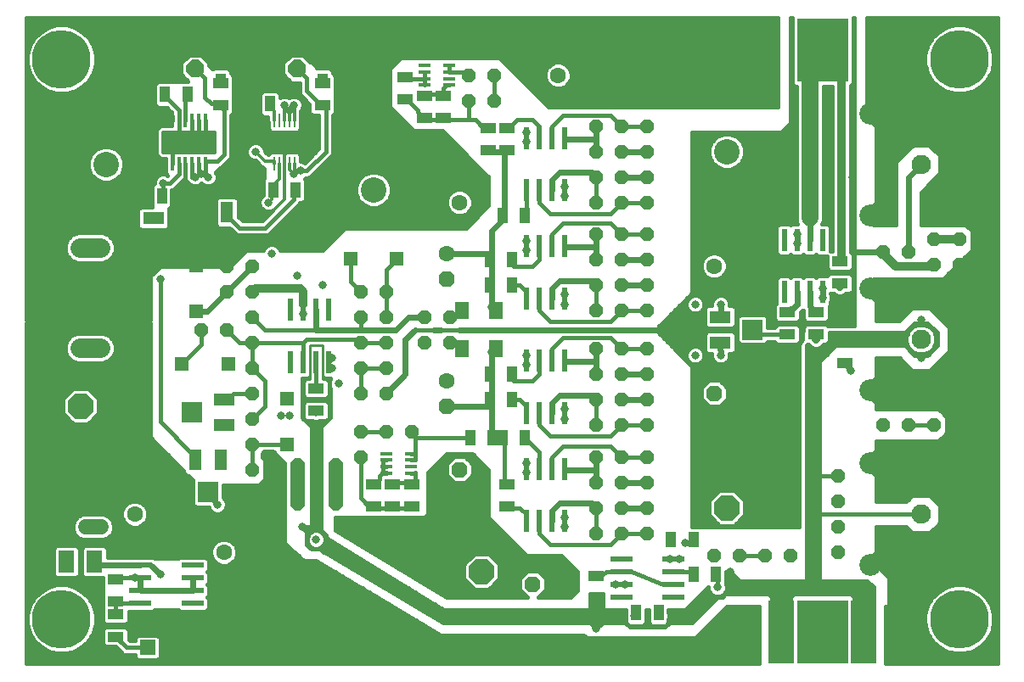
<source format=gbr>
G75*
%MOIN*%
%OFA0B0*%
%FSLAX24Y24*%
%IPPOS*%
%LPD*%
%AMOC8*
5,1,8,0,0,1.08239X$1,22.5*
%
%ADD10R,0.0236X0.0866*%
%ADD11OC8,0.0520*%
%ADD12R,0.0630X0.0394*%
%ADD13R,0.0394X0.0630*%
%ADD14R,0.0551X0.0709*%
%ADD15OC8,0.0630*%
%ADD16C,0.0630*%
%ADD17C,0.1000*%
%ADD18OC8,0.1000*%
%ADD19R,0.0830X0.0512*%
%ADD20R,0.0800X0.0787*%
%ADD21R,0.0551X0.0551*%
%ADD22R,0.0480X0.0160*%
%ADD23R,0.0512X0.0830*%
%ADD24R,0.0787X0.0800*%
%ADD25R,0.0170X0.0550*%
%ADD26R,0.1120X0.0650*%
%ADD27R,0.0110X0.0550*%
%ADD28R,0.0740X0.0660*%
%ADD29C,0.0780*%
%ADD30C,0.0760*%
%ADD31C,0.0860*%
%ADD32C,0.2300*%
%ADD33OC8,0.0700*%
%ADD34R,0.0400X0.0370*%
%ADD35R,0.0866X0.0236*%
%ADD36R,0.2000X0.2500*%
%ADD37R,0.1000X0.2500*%
%ADD38R,0.0630X0.0866*%
%ADD39C,0.0600*%
%ADD40R,0.0591X0.0591*%
%ADD41R,0.0551X0.1024*%
%ADD42C,0.0160*%
%ADD43C,0.0240*%
%ADD44C,0.0317*%
%ADD45C,0.0120*%
%ADD46C,0.0320*%
%ADD47C,0.0660*%
%ADD48C,0.0500*%
%ADD49C,0.0100*%
D10*
X011830Y013049D03*
X012330Y013049D03*
X012830Y013049D03*
X013330Y013049D03*
X013330Y015096D03*
X012830Y015096D03*
X012330Y015096D03*
X011830Y015096D03*
X021080Y015549D03*
X021580Y015549D03*
X022080Y015549D03*
X022580Y015549D03*
X022580Y017596D03*
X022080Y017596D03*
X021580Y017596D03*
X021080Y017596D03*
X021080Y019799D03*
X021580Y019799D03*
X022080Y019799D03*
X022580Y019799D03*
X022580Y021846D03*
X022080Y021846D03*
X021580Y021846D03*
X021080Y021846D03*
X031205Y017846D03*
X031705Y017846D03*
X032205Y017846D03*
X032705Y017846D03*
X032705Y015799D03*
X032205Y015799D03*
X031705Y015799D03*
X031205Y015799D03*
X022580Y013096D03*
X022080Y013096D03*
X021580Y013096D03*
X021080Y013096D03*
X021080Y011049D03*
X021580Y011049D03*
X022080Y011049D03*
X022580Y011049D03*
X022580Y008846D03*
X022080Y008846D03*
X021580Y008846D03*
X021080Y008846D03*
X021080Y006799D03*
X021580Y006799D03*
X022080Y006799D03*
X022580Y006799D03*
D11*
X023830Y006322D03*
X024830Y006322D03*
X025830Y006322D03*
X025830Y007322D03*
X024830Y007322D03*
X023830Y007322D03*
X023830Y008322D03*
X024830Y008322D03*
X025830Y008322D03*
X025830Y009322D03*
X024830Y009322D03*
X023830Y009322D03*
X023830Y010572D03*
X024830Y010572D03*
X025830Y010572D03*
X025830Y011572D03*
X024830Y011572D03*
X023830Y011572D03*
X023830Y012572D03*
X024830Y012572D03*
X025830Y012572D03*
X025830Y013572D03*
X024830Y013572D03*
X023830Y013572D03*
X023830Y015072D03*
X024830Y015072D03*
X025830Y015072D03*
X025830Y016072D03*
X024830Y016072D03*
X023830Y016072D03*
X023830Y017072D03*
X024830Y017072D03*
X025830Y017072D03*
X025830Y018072D03*
X024830Y018072D03*
X023830Y018072D03*
X023830Y019322D03*
X024830Y019322D03*
X025830Y019322D03*
X025830Y020322D03*
X024830Y020322D03*
X023830Y020322D03*
X023830Y021322D03*
X024830Y021322D03*
X025830Y021322D03*
X025830Y022322D03*
X024830Y022322D03*
X023830Y022322D03*
X019830Y023322D03*
X018830Y023322D03*
X018830Y024322D03*
X019830Y024322D03*
X010330Y016822D03*
X009330Y016822D03*
X009330Y015822D03*
X010330Y015822D03*
X010330Y014822D03*
X009330Y014322D03*
X008330Y014322D03*
X010330Y013822D03*
X010330Y012822D03*
X010330Y011822D03*
X010330Y010822D03*
X010330Y009822D03*
X010330Y008822D03*
X011330Y008822D03*
X014580Y009322D03*
X014580Y010322D03*
X015580Y010322D03*
X016580Y010322D03*
X015580Y011822D03*
X014580Y011822D03*
X014580Y012822D03*
X015580Y012822D03*
X015580Y013822D03*
X014580Y013822D03*
X014580Y014822D03*
X015580Y014822D03*
X015580Y015822D03*
X014580Y015822D03*
X017080Y014822D03*
X018080Y014822D03*
X018080Y013822D03*
X017080Y013822D03*
X028455Y005447D03*
X029455Y005447D03*
X030455Y005447D03*
X031455Y005447D03*
X033330Y005572D03*
X033330Y006572D03*
X033330Y007572D03*
X033330Y008572D03*
X035080Y010572D03*
X036080Y010572D03*
X037080Y010572D03*
X038080Y010572D03*
X038080Y016885D03*
X037080Y016885D03*
X037080Y017885D03*
X038080Y017885D03*
X036080Y017385D03*
X035080Y017385D03*
D12*
X033393Y017010D03*
X033393Y016135D03*
X032455Y015010D03*
X032455Y014135D03*
X033580Y013885D03*
X033580Y013010D03*
X031330Y014135D03*
X031330Y015010D03*
X020330Y021385D03*
X019580Y021385D03*
X019580Y022260D03*
X020330Y022260D03*
X017830Y022635D03*
X017080Y022635D03*
X016330Y023385D03*
X017080Y023510D03*
X017830Y023510D03*
X016330Y024260D03*
X013080Y024010D03*
X013080Y023135D03*
X009080Y023135D03*
X009080Y024010D03*
X012830Y012010D03*
X012830Y011135D03*
X015080Y008260D03*
X015830Y008260D03*
X016580Y008260D03*
X016580Y007385D03*
X015830Y007385D03*
X015080Y007385D03*
X020330Y007385D03*
X020330Y008260D03*
X023830Y004635D03*
X023830Y003760D03*
X004955Y003635D03*
X004955Y003135D03*
X004955Y002260D03*
X004955Y004510D03*
D13*
X018892Y010072D03*
X019767Y010072D03*
X020142Y010072D03*
X021017Y010072D03*
X020517Y011572D03*
X019642Y011572D03*
X019642Y012572D03*
X020517Y012572D03*
X020517Y016072D03*
X019642Y016072D03*
X019642Y017072D03*
X020517Y017072D03*
X020142Y018822D03*
X021017Y018822D03*
X012018Y019822D03*
X011143Y019822D03*
X007643Y019572D03*
X006768Y019572D03*
X010142Y023197D03*
X011017Y023197D03*
X007768Y023572D03*
X006893Y023572D03*
X026767Y006072D03*
X027642Y006072D03*
X027643Y004697D03*
X028518Y004697D03*
X026268Y003197D03*
X025393Y003197D03*
D14*
X019874Y013572D03*
X018536Y013572D03*
X018536Y015072D03*
X019874Y015072D03*
D15*
X017955Y016322D03*
X018455Y020322D03*
X021330Y024322D03*
X029455Y016822D03*
X028455Y011822D03*
X018455Y008822D03*
X017955Y011322D03*
X010205Y005572D03*
X006705Y007072D03*
X021330Y004322D03*
D16*
X022330Y004322D03*
X018455Y007822D03*
X017955Y012322D03*
X017955Y017322D03*
X018455Y019322D03*
X022330Y024322D03*
X028455Y016822D03*
X029455Y011822D03*
X009205Y005572D03*
X005705Y007072D03*
D17*
X003580Y009322D03*
X017330Y004822D03*
X028955Y009322D03*
X015080Y019822D03*
X004580Y020822D03*
X028955Y021322D03*
D18*
X028955Y019322D03*
X015080Y021822D03*
X002580Y020822D03*
X003580Y011322D03*
X019330Y004822D03*
X028955Y007322D03*
D19*
X028697Y013820D03*
X028697Y014824D03*
X009213Y011574D03*
X009213Y010570D03*
X006447Y017695D03*
X006447Y018699D03*
D20*
X007713Y018197D03*
X007947Y011072D03*
X029963Y014322D03*
D21*
X015993Y017107D03*
X014189Y017107D03*
X009368Y012982D03*
X007564Y012982D03*
X008114Y015035D03*
X008114Y016839D03*
X011671Y011610D03*
X011671Y009806D03*
D22*
X015600Y009452D03*
X015600Y009202D03*
X015600Y008942D03*
X015600Y008692D03*
X016560Y008692D03*
X016560Y008942D03*
X016560Y009202D03*
X016560Y009452D03*
X017100Y023942D03*
X017100Y024192D03*
X017100Y024452D03*
X017100Y024702D03*
X018060Y024702D03*
X018060Y024452D03*
X018060Y024192D03*
X018060Y023942D03*
D23*
X010332Y018939D03*
X009328Y018939D03*
X009082Y009206D03*
X008078Y009206D03*
D24*
X008580Y007939D03*
X009830Y020206D03*
D25*
X008470Y020837D03*
X008210Y020837D03*
X007960Y020837D03*
X007700Y020837D03*
X007450Y020837D03*
X007190Y020837D03*
X007190Y022557D03*
X007450Y022557D03*
X007700Y022557D03*
X007960Y022557D03*
X008210Y022557D03*
X008470Y022557D03*
D26*
X007830Y021697D03*
D27*
X011190Y020837D03*
X011380Y020837D03*
X011580Y020837D03*
X011780Y020837D03*
X011970Y020837D03*
X011970Y022557D03*
X011780Y022557D03*
X011580Y022557D03*
X011380Y022557D03*
X011190Y022557D03*
D28*
X011580Y021697D03*
D29*
X004345Y017542D02*
X003565Y017542D01*
X003565Y015572D02*
X004345Y015572D01*
X004345Y013602D02*
X003565Y013602D01*
D30*
X036580Y013947D03*
X036580Y007072D03*
X036580Y020822D03*
D31*
X034580Y022822D03*
X038580Y022822D03*
X038580Y018822D03*
X038580Y015947D03*
X034580Y015947D03*
X034580Y018822D03*
X034580Y011947D03*
X034580Y009072D03*
X038580Y009072D03*
X038580Y011947D03*
X038580Y005072D03*
X034580Y005072D03*
D32*
X038080Y002947D03*
X038080Y024947D03*
X002830Y024947D03*
X002830Y002947D03*
D33*
X008080Y024572D03*
X010080Y024572D03*
X012080Y024572D03*
D34*
X013080Y024218D03*
X013080Y024927D03*
X009080Y024927D03*
X009080Y024218D03*
D35*
X024806Y005322D03*
X024806Y004822D03*
X024806Y004322D03*
X024806Y003822D03*
X026854Y003822D03*
X026854Y004322D03*
X026854Y004822D03*
X026854Y005322D03*
X007979Y005072D03*
X007979Y004572D03*
X007979Y004072D03*
X007979Y003572D03*
X005931Y003572D03*
X005931Y004072D03*
X005931Y004572D03*
X005931Y005072D03*
D36*
X032705Y002447D03*
X032705Y025322D03*
D37*
X031080Y002447D03*
X034330Y002447D03*
D38*
X004131Y005197D03*
X003029Y005197D03*
D39*
X003780Y006572D02*
X004380Y006572D01*
X004380Y007572D02*
X003780Y007572D01*
D40*
X006207Y002815D03*
X006207Y001830D03*
D41*
X007835Y002322D03*
D42*
X001455Y001197D02*
X030215Y001197D01*
X030215Y003447D01*
X028955Y003447D01*
X027705Y002197D01*
X023455Y002197D01*
X023330Y002322D01*
X017705Y002322D01*
X012830Y005260D01*
X012330Y005260D01*
X011580Y005947D01*
X011580Y009072D01*
X011322Y009331D01*
X011312Y009331D01*
X011195Y009448D01*
X011195Y009457D01*
X011110Y009542D01*
X010800Y009542D01*
X010705Y009447D01*
X010705Y009322D01*
X010830Y009197D01*
X010830Y008447D01*
X010580Y008197D01*
X009174Y008197D01*
X009174Y007736D01*
X009259Y007651D01*
X009314Y007519D01*
X009314Y007376D01*
X009259Y007244D01*
X009158Y007143D01*
X009026Y007089D01*
X008884Y007089D01*
X008752Y007143D01*
X008651Y007244D01*
X008612Y007339D01*
X008103Y007339D01*
X007986Y007456D01*
X007986Y008416D01*
X007812Y008591D01*
X007739Y008591D01*
X007622Y008708D01*
X007622Y008780D01*
X006330Y010072D01*
X006330Y014572D01*
X001455Y014572D01*
X001455Y001197D01*
X001455Y001314D02*
X030215Y001314D01*
X030215Y001473D02*
X006702Y001473D01*
X006702Y001452D02*
X006702Y002208D01*
X006585Y002326D01*
X005829Y002326D01*
X005712Y002208D01*
X005712Y002110D01*
X005501Y002110D01*
X005470Y002141D01*
X005470Y002540D01*
X005353Y002657D01*
X004557Y002657D01*
X004440Y002540D01*
X004440Y001980D01*
X004557Y001863D01*
X004956Y001863D01*
X005147Y001672D01*
X005226Y001593D01*
X005329Y001550D01*
X005712Y001550D01*
X005712Y001452D01*
X005829Y001335D01*
X006585Y001335D01*
X006702Y001452D01*
X006702Y001631D02*
X030215Y001631D01*
X030215Y001790D02*
X006702Y001790D01*
X006702Y001948D02*
X030215Y001948D01*
X030215Y002107D02*
X006702Y002107D01*
X006645Y002265D02*
X023387Y002265D01*
X023820Y002582D02*
X023840Y002582D01*
X023830Y002572D02*
X023580Y002822D01*
X017830Y002822D01*
X012955Y005697D01*
X012643Y005697D01*
X012455Y005885D01*
X012455Y006385D01*
X012268Y006572D01*
X012643Y006572D01*
X012643Y010510D01*
X012268Y010885D01*
X012268Y012416D01*
X012531Y012416D01*
X012550Y012435D01*
X012550Y012407D01*
X012432Y012407D01*
X012315Y012290D01*
X012315Y011730D01*
X012432Y011613D01*
X013228Y011613D01*
X013345Y011730D01*
X013345Y012290D01*
X013228Y012407D01*
X013110Y012407D01*
X013110Y012435D01*
X013129Y012416D01*
X013393Y012416D01*
X013393Y012380D01*
X013346Y012269D01*
X013346Y012126D01*
X013393Y012014D01*
X013393Y010885D01*
X013018Y010510D01*
X013018Y006447D01*
X013205Y006260D01*
X013205Y006135D01*
X017830Y003322D01*
X023580Y003322D01*
X023580Y003947D01*
X024080Y003947D01*
X024080Y003322D01*
X024996Y003322D01*
X024996Y003203D01*
X024971Y003144D01*
X024971Y003001D01*
X024996Y002942D01*
X024996Y002800D01*
X025113Y002682D01*
X025672Y002682D01*
X025789Y002800D01*
X025789Y003322D01*
X025871Y003322D01*
X025871Y002800D01*
X025988Y002682D01*
X026547Y002682D01*
X026664Y002800D01*
X026664Y002942D01*
X026689Y003001D01*
X026689Y003144D01*
X026664Y003203D01*
X026664Y003322D01*
X027330Y003322D01*
X028214Y004206D01*
X028221Y004199D01*
X028221Y004126D01*
X028276Y003994D01*
X028377Y003893D01*
X028509Y003839D01*
X028651Y003839D01*
X028783Y003893D01*
X028884Y003994D01*
X028939Y004126D01*
X028939Y004269D01*
X028914Y004328D01*
X028914Y004822D01*
X029080Y004822D01*
X029455Y004447D01*
X032080Y004447D01*
X032080Y013697D01*
X032121Y013738D01*
X032155Y013738D01*
X032251Y013642D01*
X032383Y013587D01*
X032527Y013587D01*
X032659Y013642D01*
X032755Y013738D01*
X032853Y013738D01*
X032970Y013855D01*
X032970Y014197D01*
X035955Y014197D01*
X036330Y014572D01*
X036830Y014572D01*
X037205Y014197D01*
X037205Y013697D01*
X036830Y013322D01*
X036330Y013322D01*
X035955Y013697D01*
X033205Y013697D01*
X032580Y013072D01*
X032580Y004447D01*
X034443Y004447D01*
X034455Y004442D01*
X034460Y004442D01*
X034705Y004197D01*
X034705Y002322D01*
X033955Y002322D01*
X033955Y003822D01*
X033830Y003947D01*
X031580Y003947D01*
X031455Y003822D01*
X031455Y002322D01*
X030705Y002322D01*
X030705Y003822D01*
X030580Y003947D01*
X028893Y003947D01*
X028768Y003822D01*
X028580Y003822D01*
X027580Y002822D01*
X026705Y002822D01*
X026518Y002635D01*
X025143Y002635D01*
X024955Y002822D01*
X024080Y002822D01*
X023830Y002572D01*
X023661Y002741D02*
X023999Y002741D01*
X024080Y003375D02*
X023580Y003375D01*
X023580Y003533D02*
X024080Y003533D01*
X024080Y003692D02*
X023580Y003692D01*
X023580Y003850D02*
X024080Y003850D01*
X024806Y004322D02*
X024955Y004322D01*
X024806Y004822D02*
X024205Y004822D01*
X024080Y004697D01*
X023830Y004635D01*
X023080Y004643D02*
X021738Y004643D01*
X021845Y004536D02*
X021543Y004837D01*
X021117Y004837D01*
X020815Y004536D01*
X020815Y004109D01*
X021102Y003822D01*
X017955Y003822D01*
X013580Y006447D01*
X013580Y006947D01*
X017080Y006947D01*
X017205Y007072D01*
X017205Y008697D01*
X017955Y009447D01*
X018955Y009447D01*
X019580Y008822D01*
X019580Y006947D01*
X021080Y005447D01*
X022455Y005447D01*
X023080Y004822D01*
X023080Y004072D01*
X022830Y003822D01*
X021558Y003822D01*
X021845Y004109D01*
X021845Y004536D01*
X021845Y004484D02*
X023080Y004484D01*
X023080Y004326D02*
X021845Y004326D01*
X021845Y004167D02*
X023080Y004167D01*
X023017Y004009D02*
X021745Y004009D01*
X021586Y003850D02*
X022858Y003850D01*
X023080Y004801D02*
X021579Y004801D01*
X021081Y004801D02*
X020030Y004801D01*
X020030Y004643D02*
X020922Y004643D01*
X020815Y004484D02*
X019982Y004484D01*
X020030Y004532D02*
X019620Y004122D01*
X019040Y004122D01*
X018630Y004532D01*
X018630Y005112D01*
X019040Y005522D01*
X019620Y005522D01*
X020030Y005112D01*
X020030Y004532D01*
X019823Y004326D02*
X020815Y004326D01*
X020815Y004167D02*
X019665Y004167D01*
X018995Y004167D02*
X017380Y004167D01*
X017644Y004009D02*
X020915Y004009D01*
X021074Y003850D02*
X017908Y003850D01*
X017744Y003375D02*
X016893Y003375D01*
X016624Y003533D02*
X017483Y003533D01*
X017222Y003692D02*
X016356Y003692D01*
X016087Y003850D02*
X016962Y003850D01*
X016701Y004009D02*
X015818Y004009D01*
X015549Y004167D02*
X016440Y004167D01*
X016180Y004326D02*
X015281Y004326D01*
X015012Y004484D02*
X015919Y004484D01*
X015658Y004643D02*
X014743Y004643D01*
X014474Y004801D02*
X015398Y004801D01*
X015137Y004960D02*
X014206Y004960D01*
X013937Y005118D02*
X014877Y005118D01*
X014616Y005277D02*
X013668Y005277D01*
X013399Y005435D02*
X014355Y005435D01*
X014095Y005594D02*
X013130Y005594D01*
X013033Y005768D02*
X013134Y005869D01*
X013189Y006001D01*
X013189Y006144D01*
X013134Y006276D01*
X013033Y006377D01*
X012901Y006431D01*
X012759Y006431D01*
X012627Y006377D01*
X012526Y006276D01*
X012471Y006144D01*
X012471Y006001D01*
X012526Y005869D01*
X012627Y005768D01*
X012759Y005714D01*
X012901Y005714D01*
X013033Y005768D01*
X012995Y005752D02*
X013834Y005752D01*
X013573Y005911D02*
X013151Y005911D01*
X013189Y006069D02*
X013313Y006069D01*
X013205Y006228D02*
X013154Y006228D01*
X013078Y006386D02*
X013009Y006386D01*
X013018Y006545D02*
X012295Y006545D01*
X012453Y006386D02*
X012651Y006386D01*
X012506Y006228D02*
X012455Y006228D01*
X012455Y006069D02*
X012471Y006069D01*
X012455Y005911D02*
X012509Y005911D01*
X012587Y005752D02*
X012665Y005752D01*
X012139Y005435D02*
X009706Y005435D01*
X009720Y005470D02*
X009642Y005281D01*
X009497Y005136D01*
X009307Y005057D01*
X009103Y005057D01*
X008913Y005136D01*
X008768Y005281D01*
X008690Y005470D01*
X008690Y005675D01*
X008768Y005864D01*
X008913Y006009D01*
X009103Y006087D01*
X009307Y006087D01*
X009497Y006009D01*
X009642Y005864D01*
X009720Y005675D01*
X009720Y005470D01*
X009720Y005594D02*
X011966Y005594D01*
X011793Y005752D02*
X009688Y005752D01*
X009595Y005911D02*
X011620Y005911D01*
X011580Y006069D02*
X009351Y006069D01*
X009059Y006069D02*
X001455Y006069D01*
X001455Y005911D02*
X008815Y005911D01*
X008722Y005752D02*
X004607Y005752D01*
X004646Y005713D02*
X004529Y005831D01*
X003733Y005831D01*
X003616Y005713D01*
X003616Y004682D01*
X003733Y004564D01*
X004440Y004564D01*
X004440Y004380D01*
X004440Y003764D01*
X004440Y002855D01*
X004557Y002738D01*
X005353Y002738D01*
X005470Y002855D01*
X005470Y003254D01*
X006447Y003254D01*
X006500Y003307D01*
X007410Y003307D01*
X007463Y003254D01*
X008495Y003254D01*
X008612Y003371D01*
X008612Y003773D01*
X008563Y003822D01*
X008612Y003871D01*
X008612Y004273D01*
X008563Y004322D01*
X008612Y004371D01*
X008612Y004773D01*
X008563Y004822D01*
X008612Y004871D01*
X008612Y005273D01*
X008495Y005391D01*
X007463Y005391D01*
X007410Y005337D01*
X006518Y005337D01*
X006511Y005344D01*
X006482Y005356D01*
X006447Y005391D01*
X006398Y005391D01*
X006394Y005392D01*
X006266Y005392D01*
X006262Y005391D01*
X006000Y005391D01*
X005995Y005392D01*
X004646Y005392D01*
X004646Y005713D01*
X004646Y005594D02*
X008690Y005594D01*
X008704Y005435D02*
X004646Y005435D01*
X004256Y005072D02*
X004131Y005197D01*
X003616Y005118D02*
X003544Y005118D01*
X003544Y004960D02*
X003616Y004960D01*
X003616Y004801D02*
X003544Y004801D01*
X003544Y004682D02*
X003427Y004564D01*
X002631Y004564D01*
X002514Y004682D01*
X002514Y005713D01*
X002631Y005831D01*
X003427Y005831D01*
X003544Y005713D01*
X003544Y004682D01*
X003505Y004643D02*
X003655Y004643D01*
X003351Y004205D02*
X003008Y004297D01*
X002652Y004297D01*
X002309Y004205D01*
X002001Y004028D01*
X001750Y003776D01*
X001572Y003469D01*
X001480Y003125D01*
X001480Y002770D01*
X001572Y002426D01*
X001750Y002119D01*
X002001Y001867D01*
X002309Y001689D01*
X002652Y001597D01*
X003008Y001597D01*
X003351Y001689D01*
X003659Y001867D01*
X003910Y002119D01*
X004088Y002426D01*
X004180Y002770D01*
X004180Y003125D01*
X004088Y003469D01*
X003910Y003776D01*
X003659Y004028D01*
X003351Y004205D01*
X003417Y004167D02*
X004440Y004167D01*
X004440Y004009D02*
X003678Y004009D01*
X003836Y003850D02*
X004440Y003850D01*
X004440Y003764D02*
X004440Y003764D01*
X004440Y003692D02*
X003959Y003692D01*
X004051Y003533D02*
X004440Y003533D01*
X004440Y003375D02*
X004113Y003375D01*
X004156Y003216D02*
X004440Y003216D01*
X004440Y003058D02*
X004180Y003058D01*
X004180Y002899D02*
X004440Y002899D01*
X004554Y002741D02*
X004172Y002741D01*
X004130Y002582D02*
X004483Y002582D01*
X004440Y002424D02*
X004087Y002424D01*
X003995Y002265D02*
X004440Y002265D01*
X004440Y002107D02*
X003899Y002107D01*
X003740Y001948D02*
X004472Y001948D01*
X004955Y002260D02*
X005385Y001830D01*
X006207Y001830D01*
X005769Y002265D02*
X005470Y002265D01*
X005470Y002424D02*
X017537Y002424D01*
X017273Y002582D02*
X005427Y002582D01*
X005356Y002741D02*
X017010Y002741D01*
X016747Y002899D02*
X005470Y002899D01*
X005470Y003058D02*
X016484Y003058D01*
X016221Y003216D02*
X005470Y003216D01*
X005931Y003572D02*
X004955Y003572D01*
X004955Y003635D01*
X004955Y003135D01*
X005931Y004072D02*
X005931Y004572D01*
X005705Y004572D01*
X004955Y004572D01*
X004955Y004510D01*
X004440Y004484D02*
X001455Y004484D01*
X001455Y004326D02*
X004440Y004326D01*
X004440Y004380D02*
X004440Y004380D01*
X003616Y005277D02*
X003544Y005277D01*
X003544Y005435D02*
X003616Y005435D01*
X003616Y005594D02*
X003544Y005594D01*
X003505Y005752D02*
X003655Y005752D01*
X003681Y006072D02*
X003497Y006149D01*
X003356Y006289D01*
X003280Y006473D01*
X003280Y006672D01*
X003356Y006856D01*
X003497Y006996D01*
X003681Y007072D01*
X004479Y007072D01*
X004663Y006996D01*
X004804Y006856D01*
X004880Y006672D01*
X004880Y006473D01*
X004804Y006289D01*
X004663Y006149D01*
X004479Y006072D01*
X003681Y006072D01*
X003417Y006228D02*
X001455Y006228D01*
X001455Y006386D02*
X003316Y006386D01*
X003280Y006545D02*
X001455Y006545D01*
X001455Y006703D02*
X003293Y006703D01*
X003362Y006862D02*
X001455Y006862D01*
X001455Y007020D02*
X003555Y007020D01*
X004605Y007020D02*
X005190Y007020D01*
X005190Y006970D02*
X005268Y006781D01*
X005413Y006636D01*
X005603Y006557D01*
X005807Y006557D01*
X005997Y006636D01*
X006142Y006781D01*
X006220Y006970D01*
X006220Y007175D01*
X006142Y007364D01*
X005997Y007509D01*
X005807Y007587D01*
X005603Y007587D01*
X005413Y007509D01*
X005268Y007364D01*
X005190Y007175D01*
X005190Y006970D01*
X005235Y006862D02*
X004798Y006862D01*
X004867Y006703D02*
X005346Y006703D01*
X004880Y006545D02*
X011580Y006545D01*
X011580Y006703D02*
X006064Y006703D01*
X006175Y006862D02*
X011580Y006862D01*
X011580Y007020D02*
X006220Y007020D01*
X006218Y007179D02*
X008716Y007179D01*
X008612Y007337D02*
X006153Y007337D01*
X006010Y007496D02*
X007986Y007496D01*
X007986Y007654D02*
X001455Y007654D01*
X001455Y007496D02*
X005400Y007496D01*
X005257Y007337D02*
X001455Y007337D01*
X001455Y007179D02*
X005192Y007179D01*
X004844Y006386D02*
X011580Y006386D01*
X011580Y006228D02*
X004743Y006228D01*
X005931Y005072D02*
X006330Y005072D01*
X005931Y004096D02*
X005955Y004072D01*
X008566Y004326D02*
X014380Y004326D01*
X014117Y004484D02*
X008612Y004484D01*
X008612Y004643D02*
X013854Y004643D01*
X013591Y004801D02*
X008584Y004801D01*
X008612Y004960D02*
X013328Y004960D01*
X013065Y005118D02*
X009455Y005118D01*
X009638Y005277D02*
X012311Y005277D01*
X013682Y006386D02*
X020141Y006386D01*
X020299Y006228D02*
X013946Y006228D01*
X014210Y006069D02*
X020458Y006069D01*
X020616Y005911D02*
X014474Y005911D01*
X014738Y005752D02*
X020775Y005752D01*
X020933Y005594D02*
X015002Y005594D01*
X015267Y005435D02*
X018953Y005435D01*
X018795Y005277D02*
X015531Y005277D01*
X015795Y005118D02*
X018636Y005118D01*
X018630Y004960D02*
X016059Y004960D01*
X016323Y004801D02*
X018630Y004801D01*
X018630Y004643D02*
X016587Y004643D01*
X016852Y004484D02*
X018678Y004484D01*
X018837Y004326D02*
X017116Y004326D01*
X015958Y003375D02*
X008612Y003375D01*
X008612Y003533D02*
X015695Y003533D01*
X015432Y003692D02*
X008612Y003692D01*
X008591Y003850D02*
X015169Y003850D01*
X014906Y004009D02*
X008612Y004009D01*
X008612Y004167D02*
X014643Y004167D01*
X017162Y003216D02*
X024996Y003216D01*
X024971Y003058D02*
X017431Y003058D01*
X017699Y002899D02*
X024996Y002899D01*
X025036Y002741D02*
X025054Y002741D01*
X025731Y002741D02*
X025929Y002741D01*
X025871Y002899D02*
X025789Y002899D01*
X025789Y003058D02*
X025871Y003058D01*
X025871Y003216D02*
X025789Y003216D01*
X026664Y003216D02*
X027974Y003216D01*
X027816Y003058D02*
X026689Y003058D01*
X026664Y002899D02*
X027657Y002899D01*
X028090Y002582D02*
X030215Y002582D01*
X030215Y002424D02*
X027932Y002424D01*
X027773Y002265D02*
X030215Y002265D01*
X030705Y002424D02*
X031455Y002424D01*
X031455Y002582D02*
X030705Y002582D01*
X030705Y002741D02*
X031455Y002741D01*
X031455Y002899D02*
X030705Y002899D01*
X030705Y003058D02*
X031455Y003058D01*
X031455Y003216D02*
X030705Y003216D01*
X030705Y003375D02*
X031455Y003375D01*
X031455Y003533D02*
X030705Y003533D01*
X030705Y003692D02*
X031455Y003692D01*
X031483Y003850D02*
X030677Y003850D01*
X030215Y003375D02*
X028883Y003375D01*
X028724Y003216D02*
X030215Y003216D01*
X030215Y003058D02*
X028566Y003058D01*
X028407Y002899D02*
X030215Y002899D01*
X030215Y002741D02*
X028249Y002741D01*
X028133Y003375D02*
X027383Y003375D01*
X027541Y003533D02*
X028291Y003533D01*
X028450Y003692D02*
X027700Y003692D01*
X027858Y003850D02*
X028480Y003850D01*
X028680Y003850D02*
X028796Y003850D01*
X028890Y004009D02*
X034705Y004009D01*
X034705Y004167D02*
X028939Y004167D01*
X028915Y004326D02*
X034576Y004326D01*
X035101Y004801D02*
X039580Y004801D01*
X039580Y004643D02*
X035259Y004643D01*
X035330Y004572D02*
X034580Y005322D01*
X034830Y005572D01*
X034830Y006582D01*
X035981Y006582D01*
X036127Y006436D01*
X036194Y006369D01*
X036282Y006332D01*
X036878Y006332D01*
X036966Y006369D01*
X037216Y006619D01*
X037283Y006686D01*
X037320Y006775D01*
X037320Y007370D01*
X037283Y007458D01*
X037033Y007708D01*
X036966Y007776D01*
X036878Y007812D01*
X036282Y007812D01*
X036194Y007776D01*
X035981Y007562D01*
X034830Y007562D01*
X034830Y008572D01*
X034580Y008822D01*
X034580Y009322D01*
X034830Y009572D01*
X034830Y009932D01*
X037263Y009932D01*
X037345Y010014D01*
X037513Y010182D01*
X037595Y010264D01*
X037595Y010880D01*
X037345Y011130D01*
X037263Y011212D01*
X034830Y011212D01*
X034830Y011447D01*
X034580Y011697D01*
X034580Y012197D01*
X034830Y012447D01*
X034830Y013207D01*
X035731Y013207D01*
X036194Y012744D01*
X036282Y012707D01*
X036878Y012707D01*
X036966Y012744D01*
X037033Y012811D01*
X037658Y013436D01*
X037695Y013525D01*
X037695Y014370D01*
X037658Y014458D01*
X037591Y014526D01*
X036966Y015151D01*
X036878Y015187D01*
X036282Y015187D01*
X036194Y015151D01*
X036127Y015083D01*
X035731Y014687D01*
X034830Y014687D01*
X034830Y015447D01*
X034580Y015697D01*
X034580Y016197D01*
X034705Y016322D01*
X037455Y016322D01*
X038580Y017447D01*
X038580Y018197D01*
X038330Y018447D01*
X036570Y018447D01*
X036570Y019723D01*
X037216Y020369D01*
X037283Y020436D01*
X037320Y020525D01*
X037320Y021120D01*
X037283Y021208D01*
X037033Y021458D01*
X036966Y021526D01*
X036878Y021562D01*
X036282Y021562D01*
X036194Y021526D01*
X035694Y021026D01*
X035627Y020958D01*
X035590Y020870D01*
X035590Y018447D01*
X034705Y018447D01*
X034580Y018572D01*
X034580Y019072D01*
X034830Y019322D01*
X034830Y022322D01*
X034580Y022572D01*
X034580Y023072D01*
X034413Y023072D01*
X034445Y023150D01*
X034445Y026572D01*
X039580Y026572D01*
X039580Y001197D01*
X035195Y001197D01*
X035195Y003447D01*
X035330Y003447D01*
X035330Y004572D01*
X035330Y004484D02*
X039580Y004484D01*
X039580Y004326D02*
X035330Y004326D01*
X035330Y004167D02*
X037493Y004167D01*
X037559Y004205D02*
X037251Y004028D01*
X037000Y003776D01*
X036822Y003469D01*
X036730Y003125D01*
X036730Y002770D01*
X036822Y002426D01*
X037000Y002119D01*
X037251Y001867D01*
X037559Y001689D01*
X037902Y001597D01*
X038258Y001597D01*
X038601Y001689D01*
X038909Y001867D01*
X039160Y002119D01*
X039338Y002426D01*
X039430Y002770D01*
X039430Y003125D01*
X039338Y003469D01*
X039160Y003776D01*
X038909Y004028D01*
X038601Y004205D01*
X038258Y004297D01*
X037902Y004297D01*
X037559Y004205D01*
X037232Y004009D02*
X035330Y004009D01*
X035330Y003850D02*
X037074Y003850D01*
X036951Y003692D02*
X035330Y003692D01*
X035330Y003533D02*
X036859Y003533D01*
X036797Y003375D02*
X035195Y003375D01*
X035195Y003216D02*
X036754Y003216D01*
X036730Y003058D02*
X035195Y003058D01*
X035195Y002899D02*
X036730Y002899D01*
X036738Y002741D02*
X035195Y002741D01*
X035195Y002582D02*
X036780Y002582D01*
X036823Y002424D02*
X035195Y002424D01*
X035195Y002265D02*
X036915Y002265D01*
X037011Y002107D02*
X035195Y002107D01*
X035195Y001948D02*
X037170Y001948D01*
X037385Y001790D02*
X035195Y001790D01*
X035195Y001631D02*
X037775Y001631D01*
X038385Y001631D02*
X039580Y001631D01*
X039580Y001473D02*
X035195Y001473D01*
X035195Y001314D02*
X039580Y001314D01*
X039580Y001790D02*
X038775Y001790D01*
X038990Y001948D02*
X039580Y001948D01*
X039580Y002107D02*
X039149Y002107D01*
X039245Y002265D02*
X039580Y002265D01*
X039580Y002424D02*
X039337Y002424D01*
X039380Y002582D02*
X039580Y002582D01*
X039580Y002741D02*
X039422Y002741D01*
X039430Y002899D02*
X039580Y002899D01*
X039580Y003058D02*
X039430Y003058D01*
X039406Y003216D02*
X039580Y003216D01*
X039580Y003375D02*
X039363Y003375D01*
X039301Y003533D02*
X039580Y003533D01*
X039580Y003692D02*
X039209Y003692D01*
X039086Y003850D02*
X039580Y003850D01*
X039580Y004009D02*
X038928Y004009D01*
X038667Y004167D02*
X039580Y004167D01*
X039580Y004960D02*
X034942Y004960D01*
X034784Y005118D02*
X039580Y005118D01*
X039580Y005277D02*
X034625Y005277D01*
X034693Y005435D02*
X039580Y005435D01*
X039580Y005594D02*
X034830Y005594D01*
X034830Y005752D02*
X039580Y005752D01*
X039580Y005911D02*
X034830Y005911D01*
X034830Y006069D02*
X039580Y006069D01*
X039580Y006228D02*
X034830Y006228D01*
X034830Y006386D02*
X036177Y006386D01*
X036127Y006436D02*
X036127Y006436D01*
X036018Y006545D02*
X034830Y006545D01*
X034830Y007654D02*
X036073Y007654D01*
X036580Y007072D02*
X032330Y007072D01*
X032080Y007020D02*
X032580Y007020D01*
X032580Y006862D02*
X032080Y006862D01*
X032080Y006703D02*
X032580Y006703D01*
X032580Y006545D02*
X032080Y006545D01*
X032080Y006386D02*
X032580Y006386D01*
X032580Y006228D02*
X032080Y006228D01*
X032080Y006069D02*
X032580Y006069D01*
X032580Y005911D02*
X032080Y005911D01*
X032080Y005752D02*
X032580Y005752D01*
X032580Y005594D02*
X032080Y005594D01*
X032080Y005435D02*
X032580Y005435D01*
X032580Y005277D02*
X032080Y005277D01*
X032080Y005118D02*
X032580Y005118D01*
X032580Y004960D02*
X032080Y004960D01*
X032080Y004801D02*
X032580Y004801D01*
X032580Y004643D02*
X032080Y004643D01*
X032080Y004484D02*
X032580Y004484D01*
X033927Y003850D02*
X034705Y003850D01*
X034705Y003692D02*
X033955Y003692D01*
X033955Y003533D02*
X034705Y003533D01*
X034705Y003375D02*
X033955Y003375D01*
X033955Y003216D02*
X034705Y003216D01*
X034705Y003058D02*
X033955Y003058D01*
X033955Y002899D02*
X034705Y002899D01*
X034705Y002741D02*
X033955Y002741D01*
X033955Y002582D02*
X034705Y002582D01*
X034705Y002424D02*
X033955Y002424D01*
X030455Y005447D02*
X029455Y005447D01*
X029101Y004801D02*
X028914Y004801D01*
X028914Y004643D02*
X029259Y004643D01*
X029418Y004484D02*
X028914Y004484D01*
X028580Y004697D02*
X028580Y004197D01*
X028221Y004167D02*
X028175Y004167D01*
X028270Y004009D02*
X028017Y004009D01*
X027643Y004697D02*
X027580Y004885D01*
X027580Y004822D01*
X026854Y004822D01*
X026854Y005322D02*
X027080Y005322D01*
X026767Y006072D02*
X026705Y006072D01*
X025830Y006322D02*
X024830Y006322D01*
X024393Y005885D01*
X022018Y005885D01*
X021580Y006322D01*
X021580Y006799D01*
X021080Y006799D02*
X021080Y007072D01*
X020830Y007322D01*
X020393Y007322D01*
X020330Y007385D01*
X019580Y007337D02*
X017205Y007337D01*
X017205Y007179D02*
X019580Y007179D01*
X019580Y007020D02*
X017153Y007020D01*
X017205Y007496D02*
X019580Y007496D01*
X019580Y007654D02*
X017205Y007654D01*
X017205Y007813D02*
X019580Y007813D01*
X019580Y007971D02*
X017205Y007971D01*
X017205Y008130D02*
X019580Y008130D01*
X019580Y008288D02*
X017205Y008288D01*
X017205Y008447D02*
X018102Y008447D01*
X018242Y008307D02*
X017940Y008609D01*
X017940Y009036D01*
X018242Y009337D01*
X018668Y009337D01*
X018970Y009036D01*
X018970Y008609D01*
X018668Y008307D01*
X018242Y008307D01*
X017944Y008605D02*
X017205Y008605D01*
X017272Y008764D02*
X017940Y008764D01*
X017940Y008922D02*
X017430Y008922D01*
X017589Y009081D02*
X017985Y009081D01*
X018144Y009239D02*
X017747Y009239D01*
X017906Y009398D02*
X019004Y009398D01*
X019163Y009239D02*
X018766Y009239D01*
X018925Y009081D02*
X019321Y009081D01*
X019480Y008922D02*
X018970Y008922D01*
X018970Y008764D02*
X019580Y008764D01*
X019580Y008605D02*
X018966Y008605D01*
X018808Y008447D02*
X019580Y008447D01*
X020205Y008322D02*
X020205Y010010D01*
X020142Y010072D01*
X021017Y010072D02*
X021580Y009510D01*
X021580Y008846D01*
X021080Y008846D02*
X021080Y008697D01*
X020330Y008260D02*
X020267Y008260D01*
X020205Y008322D01*
X019665Y006862D02*
X013580Y006862D01*
X013580Y006703D02*
X019824Y006703D01*
X019982Y006545D02*
X013580Y006545D01*
X013018Y006703D02*
X012643Y006703D01*
X012643Y006862D02*
X013018Y006862D01*
X013018Y007020D02*
X012643Y007020D01*
X012643Y007179D02*
X013018Y007179D01*
X013018Y007337D02*
X012643Y007337D01*
X012643Y007496D02*
X013018Y007496D01*
X013018Y007654D02*
X012643Y007654D01*
X012643Y007813D02*
X013018Y007813D01*
X013018Y007971D02*
X012643Y007971D01*
X012643Y008130D02*
X013018Y008130D01*
X013018Y008288D02*
X012643Y008288D01*
X012643Y008447D02*
X013018Y008447D01*
X013018Y008605D02*
X012643Y008605D01*
X012643Y008764D02*
X013018Y008764D01*
X013018Y008922D02*
X012643Y008922D01*
X012643Y009081D02*
X013018Y009081D01*
X013018Y009239D02*
X012643Y009239D01*
X012643Y009398D02*
X013018Y009398D01*
X013018Y009556D02*
X012643Y009556D01*
X012643Y009715D02*
X013018Y009715D01*
X013018Y009873D02*
X012643Y009873D01*
X012643Y010032D02*
X013018Y010032D01*
X013018Y010190D02*
X012643Y010190D01*
X012643Y010349D02*
X013018Y010349D01*
X013018Y010507D02*
X012643Y010507D01*
X012486Y010666D02*
X013174Y010666D01*
X013228Y010738D02*
X013345Y010855D01*
X013345Y011415D01*
X013228Y011532D01*
X012432Y011532D01*
X012315Y011415D01*
X012315Y010855D01*
X012432Y010738D01*
X012700Y010738D01*
X012759Y010714D01*
X012901Y010714D01*
X012960Y010738D01*
X013228Y010738D01*
X013314Y010824D02*
X013332Y010824D01*
X013345Y010983D02*
X013393Y010983D01*
X013393Y011141D02*
X013345Y011141D01*
X013345Y011300D02*
X013393Y011300D01*
X013393Y011458D02*
X013301Y011458D01*
X013232Y011617D02*
X013393Y011617D01*
X013393Y011775D02*
X013345Y011775D01*
X013345Y011934D02*
X013393Y011934D01*
X013360Y012092D02*
X013345Y012092D01*
X013345Y012251D02*
X013346Y012251D01*
X013393Y012409D02*
X013110Y012409D01*
X012550Y012409D02*
X012268Y012409D01*
X012268Y012251D02*
X012315Y012251D01*
X012315Y012092D02*
X012268Y012092D01*
X012268Y011934D02*
X012315Y011934D01*
X012315Y011775D02*
X012268Y011775D01*
X012268Y011617D02*
X012428Y011617D01*
X012359Y011458D02*
X012268Y011458D01*
X012268Y011300D02*
X012315Y011300D01*
X012315Y011141D02*
X012268Y011141D01*
X012268Y010983D02*
X012315Y010983D01*
X012328Y010824D02*
X012346Y010824D01*
X011671Y011610D02*
X011671Y011663D01*
X011580Y011697D01*
X010830Y011322D02*
X010330Y010822D01*
X010830Y011322D02*
X010830Y012322D01*
X010330Y012822D01*
X010330Y013822D01*
X009830Y013822D01*
X009330Y014322D01*
X008330Y014322D02*
X008330Y013748D01*
X007564Y012982D01*
X006330Y013043D02*
X004537Y013043D01*
X004462Y013012D02*
X004679Y013102D01*
X004845Y013268D01*
X004935Y013485D01*
X004935Y013720D01*
X004845Y013937D01*
X004679Y014103D01*
X004462Y014192D01*
X003448Y014192D01*
X003231Y014103D01*
X003065Y013937D01*
X002975Y013720D01*
X002975Y013485D01*
X003065Y013268D01*
X003231Y013102D01*
X003448Y013012D01*
X004462Y013012D01*
X004779Y013202D02*
X006330Y013202D01*
X006330Y013360D02*
X004883Y013360D01*
X004935Y013519D02*
X006330Y013519D01*
X006330Y013677D02*
X004935Y013677D01*
X004887Y013836D02*
X006330Y013836D01*
X006330Y013994D02*
X004787Y013994D01*
X004558Y014153D02*
X006330Y014153D01*
X006330Y014311D02*
X001455Y014311D01*
X001455Y014153D02*
X003352Y014153D01*
X003123Y013994D02*
X001455Y013994D01*
X001455Y013836D02*
X003023Y013836D01*
X002975Y013677D02*
X001455Y013677D01*
X001455Y013519D02*
X002975Y013519D01*
X003027Y013360D02*
X001455Y013360D01*
X001455Y013202D02*
X003131Y013202D01*
X003373Y013043D02*
X001455Y013043D01*
X001455Y012885D02*
X006330Y012885D01*
X006330Y012726D02*
X001455Y012726D01*
X001455Y012568D02*
X006330Y012568D01*
X006330Y012409D02*
X001455Y012409D01*
X001455Y012251D02*
X006330Y012251D01*
X006330Y012092D02*
X001455Y012092D01*
X001455Y011934D02*
X003202Y011934D01*
X003290Y012022D02*
X002880Y011612D01*
X002880Y011032D01*
X003290Y010622D01*
X003870Y010622D01*
X004280Y011032D01*
X004280Y011612D01*
X003870Y012022D01*
X003290Y012022D01*
X003043Y011775D02*
X001455Y011775D01*
X001455Y011617D02*
X002885Y011617D01*
X002880Y011458D02*
X001455Y011458D01*
X001455Y011300D02*
X002880Y011300D01*
X002880Y011141D02*
X001455Y011141D01*
X001455Y010983D02*
X002930Y010983D01*
X003088Y010824D02*
X001455Y010824D01*
X001455Y010666D02*
X003247Y010666D01*
X003913Y010666D02*
X006330Y010666D01*
X006330Y010824D02*
X004072Y010824D01*
X004230Y010983D02*
X006330Y010983D01*
X006330Y011141D02*
X004280Y011141D01*
X004280Y011300D02*
X006330Y011300D01*
X006330Y011458D02*
X004280Y011458D01*
X004275Y011617D02*
X006330Y011617D01*
X006330Y011775D02*
X004117Y011775D01*
X003958Y011934D02*
X006330Y011934D01*
X007830Y011072D02*
X007947Y011072D01*
X009080Y010572D02*
X009211Y010572D01*
X009213Y010570D01*
X009215Y011572D02*
X009330Y011572D01*
X009580Y011822D01*
X010330Y011822D01*
X009215Y011572D02*
X009213Y011574D01*
X009402Y012947D02*
X009455Y012947D01*
X009402Y012947D02*
X009368Y012982D01*
X010330Y013822D02*
X012330Y013822D01*
X012330Y013049D01*
X012830Y013049D02*
X012830Y012010D01*
X013330Y013049D02*
X013455Y013197D01*
X014580Y012822D02*
X014580Y011822D01*
X014580Y012822D02*
X015580Y012822D01*
X015580Y013822D02*
X014580Y013822D01*
X014455Y013947D01*
X012455Y013947D01*
X012330Y013822D01*
X012830Y014322D02*
X010830Y014322D01*
X010330Y014822D01*
X012330Y015096D02*
X012330Y015322D01*
X014189Y016214D02*
X014189Y017107D01*
X014189Y016214D02*
X014580Y015822D01*
X015580Y015822D02*
X015580Y014822D01*
X014580Y014822D02*
X014580Y014322D01*
X015580Y015822D02*
X015580Y016694D01*
X015993Y017107D01*
X013955Y018322D02*
X013080Y017447D01*
X011417Y017447D01*
X011384Y017526D01*
X011283Y017627D01*
X011151Y017681D01*
X011009Y017681D01*
X010877Y017627D01*
X010776Y017526D01*
X010743Y017447D01*
X010080Y017447D01*
X009455Y016822D01*
X006705Y016822D01*
X006514Y016632D01*
X006502Y016627D01*
X006401Y016526D01*
X006396Y016513D01*
X006330Y016447D01*
X006330Y014697D01*
X001455Y014697D01*
X001455Y026572D01*
X030965Y026572D01*
X030965Y023072D01*
X021955Y023072D01*
X020018Y025010D01*
X016143Y025010D01*
X015705Y024572D01*
X015705Y023072D01*
X016643Y022135D01*
X017768Y022135D01*
X019580Y020322D01*
X019580Y019197D01*
X018705Y018322D01*
X013955Y018322D01*
X013907Y018274D02*
X011178Y018274D01*
X011336Y018432D02*
X018815Y018432D01*
X018974Y018591D02*
X011495Y018591D01*
X011653Y018749D02*
X019132Y018749D01*
X019291Y018908D02*
X018769Y018908D01*
X018747Y018886D02*
X018892Y019031D01*
X018970Y019220D01*
X018970Y019425D01*
X018892Y019614D01*
X018747Y019759D01*
X018557Y019837D01*
X018353Y019837D01*
X018163Y019759D01*
X018018Y019614D01*
X017940Y019425D01*
X017940Y019220D01*
X018018Y019031D01*
X018163Y018886D01*
X018353Y018807D01*
X018557Y018807D01*
X018747Y018886D01*
X018906Y019066D02*
X019449Y019066D01*
X019580Y019225D02*
X018970Y019225D01*
X018970Y019383D02*
X019580Y019383D01*
X019580Y019542D02*
X018921Y019542D01*
X018805Y019700D02*
X019580Y019700D01*
X019580Y019859D02*
X015780Y019859D01*
X015780Y019962D02*
X015673Y020219D01*
X015477Y020416D01*
X015219Y020522D01*
X014941Y020522D01*
X014683Y020416D01*
X014487Y020219D01*
X014380Y019962D01*
X014380Y019683D01*
X014487Y019426D01*
X014683Y019229D01*
X014941Y019122D01*
X015219Y019122D01*
X015477Y019229D01*
X015673Y019426D01*
X015780Y019683D01*
X015780Y019962D01*
X015757Y020017D02*
X019580Y020017D01*
X019580Y020176D02*
X015691Y020176D01*
X015558Y020334D02*
X019568Y020334D01*
X019409Y020493D02*
X015290Y020493D01*
X014870Y020493D02*
X012772Y020493D01*
X012692Y020414D02*
X013442Y021164D01*
X013485Y021267D01*
X013485Y022745D01*
X013595Y022855D01*
X013595Y023264D01*
X013595Y023264D01*
X013595Y023880D01*
X013595Y023880D01*
X013595Y024290D01*
X013480Y024405D01*
X013480Y024486D01*
X013470Y024496D01*
X013470Y024505D01*
X013388Y024587D01*
X013378Y024587D01*
X013363Y024603D01*
X012873Y024603D01*
X012638Y024837D01*
X012593Y024837D01*
X012308Y025122D01*
X011852Y025122D01*
X011530Y024800D01*
X011530Y024345D01*
X011852Y024022D01*
X012175Y024022D01*
X012175Y023642D01*
X012218Y023539D01*
X012565Y023191D01*
X012565Y022855D01*
X012682Y022738D01*
X012925Y022738D01*
X012925Y021438D01*
X012376Y020890D01*
X012276Y020931D01*
X012225Y020931D01*
X012225Y021195D01*
X012108Y021312D01*
X011642Y021312D01*
X011580Y021250D01*
X011518Y021312D01*
X011052Y021312D01*
X010947Y021207D01*
X010938Y021207D01*
X010814Y021331D01*
X010814Y021394D01*
X010759Y021526D01*
X010658Y021627D01*
X010526Y021681D01*
X010384Y021681D01*
X010252Y021627D01*
X010151Y021526D01*
X010096Y021394D01*
X010096Y021251D01*
X010151Y021119D01*
X010252Y021018D01*
X010384Y020964D01*
X010446Y020964D01*
X010683Y020727D01*
X010711Y020715D01*
X010795Y020631D01*
X010795Y020270D01*
X010746Y020220D01*
X010746Y019620D01*
X010651Y019526D01*
X010596Y019394D01*
X010596Y019251D01*
X010651Y019119D01*
X010752Y019018D01*
X010884Y018964D01*
X011026Y018964D01*
X011110Y018998D01*
X010714Y018602D01*
X009946Y018602D01*
X009784Y018764D01*
X009784Y019437D01*
X009667Y019554D01*
X008989Y019554D01*
X008872Y019437D01*
X008872Y018441D01*
X008989Y018324D01*
X009432Y018324D01*
X009593Y018164D01*
X009671Y018085D01*
X009774Y018042D01*
X010886Y018042D01*
X010989Y018085D01*
X012114Y019210D01*
X012192Y019289D01*
X012200Y019307D01*
X012297Y019307D01*
X012414Y019425D01*
X012414Y020220D01*
X012379Y020256D01*
X012408Y020268D01*
X012432Y020292D01*
X012511Y020292D01*
X012614Y020335D01*
X012692Y020414D01*
X012612Y020334D02*
X014602Y020334D01*
X014469Y020176D02*
X012414Y020176D01*
X012414Y020017D02*
X014403Y020017D01*
X014380Y019859D02*
X012414Y019859D01*
X012414Y019700D02*
X014380Y019700D01*
X014438Y019542D02*
X012414Y019542D01*
X012373Y019383D02*
X014529Y019383D01*
X014693Y019225D02*
X012129Y019225D01*
X011970Y019066D02*
X018004Y019066D01*
X017940Y019225D02*
X015467Y019225D01*
X015631Y019383D02*
X017940Y019383D01*
X017989Y019542D02*
X015722Y019542D01*
X015780Y019700D02*
X018105Y019700D01*
X018141Y018908D02*
X011812Y018908D01*
X011955Y019447D02*
X010830Y018322D01*
X009830Y018322D01*
X009328Y018824D01*
X009328Y018939D01*
X008872Y018908D02*
X007062Y018908D01*
X007062Y019038D02*
X007062Y018361D01*
X006944Y018244D01*
X005949Y018244D01*
X005832Y018361D01*
X005832Y019038D01*
X005949Y019155D01*
X006390Y019155D01*
X006371Y019175D01*
X006371Y019970D01*
X006471Y020071D01*
X006471Y020144D01*
X006526Y020276D01*
X006627Y020377D01*
X006759Y020431D01*
X006901Y020431D01*
X006990Y020394D01*
X006905Y020480D01*
X006905Y021042D01*
X006774Y021042D01*
X006671Y021085D01*
X006593Y021164D01*
X006550Y021267D01*
X006550Y022128D01*
X006593Y022231D01*
X006671Y022310D01*
X006774Y022352D01*
X007165Y022352D01*
X007165Y022841D01*
X006949Y023057D01*
X006613Y023057D01*
X006496Y023175D01*
X006496Y023970D01*
X006613Y024087D01*
X007022Y024087D01*
X007022Y024087D01*
X007638Y024087D01*
X007638Y024087D01*
X007787Y024087D01*
X007530Y024345D01*
X007530Y024800D01*
X007852Y025122D01*
X008308Y025122D01*
X008630Y024800D01*
X008630Y024720D01*
X008763Y024587D01*
X008782Y024587D01*
X008797Y024603D01*
X009363Y024603D01*
X009480Y024486D01*
X009480Y024405D01*
X009595Y024290D01*
X009595Y023880D01*
X009595Y023880D01*
X009595Y023264D01*
X009595Y023264D01*
X009595Y022855D01*
X009485Y022745D01*
X009485Y021142D01*
X009442Y021039D01*
X009192Y020789D01*
X009114Y020710D01*
X009037Y020678D01*
X008884Y020525D01*
X008939Y020394D01*
X008939Y020251D01*
X008884Y020119D01*
X008783Y020018D01*
X008651Y019964D01*
X008509Y019964D01*
X008377Y020018D01*
X008330Y020065D01*
X008283Y020018D01*
X008151Y019964D01*
X008009Y019964D01*
X007877Y020018D01*
X007808Y020087D01*
X007801Y020090D01*
X007797Y020094D01*
X007792Y020097D01*
X007758Y020134D01*
X007723Y020169D01*
X007720Y020174D01*
X007716Y020179D01*
X007699Y020226D01*
X007680Y020272D01*
X007680Y020276D01*
X007317Y019914D01*
X007239Y019835D01*
X007164Y019804D01*
X007164Y019175D01*
X007047Y019057D01*
X007042Y019057D01*
X007062Y019038D01*
X007056Y019066D02*
X008872Y019066D01*
X008872Y019225D02*
X007164Y019225D01*
X007164Y019383D02*
X008872Y019383D01*
X008977Y019542D02*
X007164Y019542D01*
X007164Y019700D02*
X010746Y019700D01*
X010746Y019859D02*
X007263Y019859D01*
X007421Y020017D02*
X007879Y020017D01*
X007719Y020176D02*
X007580Y020176D01*
X007450Y020442D02*
X007080Y020072D01*
X006830Y020072D01*
X006830Y019822D01*
X006768Y019822D01*
X006768Y019572D01*
X006371Y019542D02*
X001455Y019542D01*
X001455Y019700D02*
X006371Y019700D01*
X006371Y019859D02*
X001455Y019859D01*
X001455Y020017D02*
X006418Y020017D01*
X006485Y020176D02*
X004848Y020176D01*
X004977Y020229D02*
X005173Y020426D01*
X005280Y020683D01*
X005280Y020962D01*
X005173Y021219D01*
X004977Y021416D01*
X004719Y021522D01*
X004441Y021522D01*
X004183Y021416D01*
X003987Y021219D01*
X003880Y020962D01*
X003880Y020683D01*
X003987Y020426D01*
X004183Y020229D01*
X004441Y020122D01*
X004719Y020122D01*
X004977Y020229D01*
X005082Y020334D02*
X006585Y020334D01*
X006905Y020493D02*
X005201Y020493D01*
X005267Y020651D02*
X006905Y020651D01*
X006905Y020810D02*
X005280Y020810D01*
X005277Y020968D02*
X006905Y020968D01*
X007190Y020837D02*
X007190Y021447D01*
X007205Y021447D01*
X007330Y021760D02*
X007450Y021760D01*
X007450Y022557D01*
X007450Y022952D01*
X006893Y023510D01*
X006893Y023572D01*
X006496Y023504D02*
X001455Y023504D01*
X001455Y023346D02*
X006496Y023346D01*
X006496Y023187D02*
X001455Y023187D01*
X001455Y023029D02*
X006977Y023029D01*
X007136Y022870D02*
X001455Y022870D01*
X001455Y022712D02*
X007165Y022712D01*
X007190Y022697D02*
X006955Y022697D01*
X007190Y022697D02*
X007190Y022557D01*
X007165Y022553D02*
X001455Y022553D01*
X001455Y022395D02*
X007165Y022395D01*
X006830Y022072D02*
X008830Y022072D01*
X008830Y021322D01*
X006830Y021322D01*
X006830Y022072D01*
X006830Y021919D02*
X008830Y021919D01*
X008830Y021761D02*
X006830Y021761D01*
X006830Y021602D02*
X008830Y021602D01*
X008830Y021444D02*
X006830Y021444D01*
X006550Y021444D02*
X004909Y021444D01*
X005107Y021285D02*
X006550Y021285D01*
X006629Y021127D02*
X005212Y021127D01*
X004251Y021444D02*
X001455Y021444D01*
X001455Y021602D02*
X006550Y021602D01*
X006550Y021761D02*
X001455Y021761D01*
X001455Y021919D02*
X006550Y021919D01*
X006550Y022078D02*
X001455Y022078D01*
X001455Y022236D02*
X006598Y022236D01*
X007700Y022557D02*
X007700Y023572D01*
X007768Y023572D01*
X007736Y024138D02*
X003922Y024138D01*
X003910Y024119D02*
X004088Y024426D01*
X004180Y024770D01*
X004180Y025125D01*
X004088Y025469D01*
X003910Y025776D01*
X003659Y026028D01*
X003351Y026205D01*
X003008Y026297D01*
X002652Y026297D01*
X002309Y026205D01*
X002001Y026028D01*
X001750Y025776D01*
X001572Y025469D01*
X001480Y025125D01*
X001480Y024770D01*
X001572Y024426D01*
X001750Y024119D01*
X002001Y023867D01*
X002309Y023689D01*
X002652Y023597D01*
X003008Y023597D01*
X003351Y023689D01*
X003659Y023867D01*
X003910Y024119D01*
X003772Y023980D02*
X006505Y023980D01*
X006496Y023821D02*
X003580Y023821D01*
X003252Y023663D02*
X006496Y023663D01*
X007578Y024297D02*
X004013Y024297D01*
X004096Y024455D02*
X007530Y024455D01*
X007530Y024614D02*
X004138Y024614D01*
X004180Y024772D02*
X007530Y024772D01*
X007661Y024931D02*
X004180Y024931D01*
X004180Y025089D02*
X007819Y025089D01*
X008341Y025089D02*
X011819Y025089D01*
X011661Y024931D02*
X008499Y024931D01*
X008630Y024772D02*
X011530Y024772D01*
X011530Y024614D02*
X008736Y024614D01*
X008455Y024197D02*
X008455Y023447D01*
X008705Y023197D01*
X008830Y023197D01*
X008893Y023135D01*
X009080Y023135D01*
X009080Y023072D01*
X009205Y022947D01*
X009205Y021197D01*
X008955Y020947D01*
X008470Y020947D01*
X008470Y020837D01*
X008470Y020337D01*
X008580Y020322D01*
X008330Y020447D02*
X008210Y020452D01*
X008210Y020837D01*
X007960Y020837D02*
X007960Y020327D01*
X008080Y020322D01*
X008281Y020017D02*
X008379Y020017D01*
X008781Y020017D02*
X010746Y020017D01*
X010746Y020176D02*
X008908Y020176D01*
X008939Y020334D02*
X010795Y020334D01*
X010795Y020493D02*
X008898Y020493D01*
X009010Y020651D02*
X010775Y020651D01*
X010600Y020810D02*
X009214Y020810D01*
X009372Y020968D02*
X010372Y020968D01*
X010148Y021127D02*
X009479Y021127D01*
X009485Y021285D02*
X010096Y021285D01*
X010117Y021444D02*
X009485Y021444D01*
X009485Y021602D02*
X010228Y021602D01*
X010682Y021602D02*
X012925Y021602D01*
X012925Y021444D02*
X010793Y021444D01*
X010860Y021285D02*
X011025Y021285D01*
X011545Y021285D02*
X011615Y021285D01*
X012135Y021285D02*
X012772Y021285D01*
X012614Y021127D02*
X012225Y021127D01*
X012225Y020968D02*
X012455Y020968D01*
X012455Y020572D02*
X012205Y020572D01*
X012455Y020572D02*
X013205Y021322D01*
X013205Y023072D01*
X013142Y023135D01*
X013080Y023135D01*
X013017Y023135D01*
X012455Y023697D01*
X012455Y024197D01*
X012080Y024572D01*
X012499Y024931D02*
X016064Y024931D01*
X015905Y024772D02*
X012703Y024772D01*
X012861Y024614D02*
X015747Y024614D01*
X015705Y024455D02*
X013480Y024455D01*
X013588Y024297D02*
X015705Y024297D01*
X015705Y024138D02*
X013595Y024138D01*
X013595Y023980D02*
X015705Y023980D01*
X015705Y023821D02*
X013595Y023821D01*
X013595Y023663D02*
X015705Y023663D01*
X015705Y023504D02*
X013595Y023504D01*
X013595Y023346D02*
X015705Y023346D01*
X015705Y023187D02*
X013595Y023187D01*
X013595Y023029D02*
X015748Y023029D01*
X015907Y022870D02*
X013595Y022870D01*
X013485Y022712D02*
X016065Y022712D01*
X016224Y022553D02*
X013485Y022553D01*
X013485Y022395D02*
X016382Y022395D01*
X016541Y022236D02*
X013485Y022236D01*
X013485Y022078D02*
X017824Y022078D01*
X017983Y021919D02*
X013485Y021919D01*
X013485Y021761D02*
X018141Y021761D01*
X018300Y021602D02*
X013485Y021602D01*
X013485Y021444D02*
X018458Y021444D01*
X018617Y021285D02*
X013485Y021285D01*
X013406Y021127D02*
X018775Y021127D01*
X018934Y020968D02*
X013247Y020968D01*
X013089Y020810D02*
X019092Y020810D01*
X019251Y020651D02*
X012930Y020651D01*
X012018Y019822D02*
X011955Y019760D01*
X011955Y019447D01*
X011020Y018908D02*
X009784Y018908D01*
X009784Y019066D02*
X010704Y019066D01*
X010607Y019225D02*
X009784Y019225D01*
X009784Y019383D02*
X010596Y019383D01*
X010667Y019542D02*
X009679Y019542D01*
X009830Y019697D02*
X009830Y020206D01*
X009799Y018749D02*
X010861Y018749D01*
X011019Y018115D02*
X013748Y018115D01*
X013590Y017957D02*
X004765Y017957D01*
X004845Y017877D02*
X004679Y018043D01*
X004462Y018132D01*
X003448Y018132D01*
X003231Y018043D01*
X003065Y017877D01*
X002975Y017660D01*
X002975Y017425D01*
X003065Y017208D01*
X003231Y017042D01*
X003448Y016952D01*
X004462Y016952D01*
X004679Y017042D01*
X004845Y017208D01*
X004935Y017425D01*
X004935Y017660D01*
X004845Y017877D01*
X004878Y017798D02*
X013431Y017798D01*
X013273Y017640D02*
X011251Y017640D01*
X011402Y017481D02*
X013114Y017481D01*
X010909Y017640D02*
X004935Y017640D01*
X004935Y017481D02*
X010758Y017481D01*
X009956Y017323D02*
X004893Y017323D01*
X004801Y017164D02*
X009797Y017164D01*
X009639Y017006D02*
X004592Y017006D01*
X006080Y017697D02*
X006445Y017697D01*
X006447Y017695D01*
X007211Y017695D01*
X007713Y018197D01*
X007062Y018432D02*
X008881Y018432D01*
X008872Y018591D02*
X007062Y018591D01*
X007062Y018749D02*
X008872Y018749D01*
X009482Y018274D02*
X006975Y018274D01*
X006455Y018697D02*
X006449Y018697D01*
X006447Y018699D01*
X006371Y019225D02*
X001455Y019225D01*
X001455Y019383D02*
X006371Y019383D01*
X005860Y019066D02*
X001455Y019066D01*
X001455Y018908D02*
X005832Y018908D01*
X005832Y018749D02*
X001455Y018749D01*
X001455Y018591D02*
X005832Y018591D01*
X005832Y018432D02*
X001455Y018432D01*
X001455Y018274D02*
X005918Y018274D01*
X004503Y018115D02*
X009641Y018115D01*
X009480Y016847D02*
X001455Y016847D01*
X001455Y016689D02*
X006572Y016689D01*
X006406Y016530D02*
X001455Y016530D01*
X001455Y016372D02*
X006330Y016372D01*
X006330Y016213D02*
X001455Y016213D01*
X001455Y016055D02*
X006330Y016055D01*
X006330Y015896D02*
X001455Y015896D01*
X001455Y015738D02*
X006330Y015738D01*
X006330Y015579D02*
X001455Y015579D01*
X001455Y015421D02*
X006330Y015421D01*
X006330Y015262D02*
X001455Y015262D01*
X001455Y015104D02*
X006330Y015104D01*
X006330Y014945D02*
X001455Y014945D01*
X001455Y014787D02*
X006330Y014787D01*
X006330Y014470D02*
X001455Y014470D01*
X001455Y017006D02*
X003318Y017006D01*
X003109Y017164D02*
X001455Y017164D01*
X001455Y017323D02*
X003017Y017323D01*
X002975Y017481D02*
X001455Y017481D01*
X001455Y017640D02*
X002975Y017640D01*
X003032Y017798D02*
X001455Y017798D01*
X001455Y017957D02*
X003145Y017957D01*
X003407Y018115D02*
X001455Y018115D01*
X001455Y020176D02*
X004311Y020176D01*
X004078Y020334D02*
X001455Y020334D01*
X001455Y020493D02*
X003959Y020493D01*
X003893Y020651D02*
X001455Y020651D01*
X001455Y020810D02*
X003880Y020810D01*
X003883Y020968D02*
X001455Y020968D01*
X001455Y021127D02*
X003948Y021127D01*
X004053Y021285D02*
X001455Y021285D01*
X001455Y023663D02*
X002408Y023663D01*
X002080Y023821D02*
X001455Y023821D01*
X001455Y023980D02*
X001888Y023980D01*
X001738Y024138D02*
X001455Y024138D01*
X001455Y024297D02*
X001647Y024297D01*
X001564Y024455D02*
X001455Y024455D01*
X001455Y024614D02*
X001522Y024614D01*
X001480Y024772D02*
X001455Y024772D01*
X001455Y024931D02*
X001480Y024931D01*
X001480Y025089D02*
X001455Y025089D01*
X001455Y025248D02*
X001513Y025248D01*
X001555Y025406D02*
X001455Y025406D01*
X001455Y025565D02*
X001628Y025565D01*
X001719Y025723D02*
X001455Y025723D01*
X001455Y025882D02*
X001855Y025882D01*
X002023Y026040D02*
X001455Y026040D01*
X001455Y026199D02*
X002298Y026199D01*
X001455Y026357D02*
X030965Y026357D01*
X030965Y026199D02*
X003362Y026199D01*
X003637Y026040D02*
X030965Y026040D01*
X030965Y025882D02*
X003805Y025882D01*
X003941Y025723D02*
X030965Y025723D01*
X030965Y025565D02*
X004032Y025565D01*
X004105Y025406D02*
X030965Y025406D01*
X030965Y025248D02*
X004147Y025248D01*
X001455Y026516D02*
X030965Y026516D01*
X031455Y026516D02*
X031505Y026516D01*
X031505Y026572D02*
X031505Y023990D01*
X031622Y023872D01*
X031675Y023872D01*
X031675Y018592D01*
X031722Y018479D01*
X031504Y018479D01*
X031455Y018430D01*
X031406Y018479D01*
X031004Y018479D01*
X030887Y018362D01*
X030887Y017330D01*
X031004Y017213D01*
X031406Y017213D01*
X031455Y017262D01*
X031504Y017213D01*
X031906Y017213D01*
X031955Y017262D01*
X032004Y017213D01*
X032406Y017213D01*
X032455Y017262D01*
X032504Y017213D01*
X032878Y017213D01*
X032878Y016730D01*
X032995Y016613D01*
X033790Y016613D01*
X033907Y016730D01*
X033907Y017290D01*
X033815Y017382D01*
X033815Y023900D01*
X033905Y023990D01*
X033905Y026572D01*
X033955Y026572D01*
X033955Y022960D01*
X033950Y022948D01*
X033950Y022697D01*
X033955Y022685D01*
X033955Y018960D01*
X033950Y018948D01*
X033950Y018697D01*
X033955Y018685D01*
X033955Y016085D01*
X033950Y016073D01*
X033950Y015822D01*
X033955Y015810D01*
X033955Y014477D01*
X032907Y014477D01*
X032853Y014532D01*
X032057Y014532D01*
X031940Y014415D01*
X031940Y014289D01*
X031925Y014253D01*
X031925Y013938D01*
X031921Y013935D01*
X031845Y013858D01*
X031845Y014415D01*
X031728Y014532D01*
X030932Y014532D01*
X030815Y014415D01*
X030563Y014415D01*
X030563Y014799D01*
X030446Y014916D01*
X029481Y014916D01*
X029363Y014799D01*
X029363Y013846D01*
X029481Y013729D01*
X030446Y013729D01*
X030563Y013846D01*
X030563Y013855D01*
X030815Y013855D01*
X030932Y013738D01*
X031728Y013738D01*
X031840Y013851D01*
X031800Y013753D01*
X031800Y006572D01*
X027937Y006572D01*
X027922Y006587D01*
X027580Y006587D01*
X027580Y012885D01*
X031800Y012885D01*
X031800Y013043D02*
X028933Y013043D01*
X028908Y013018D02*
X029009Y013119D01*
X029064Y013251D01*
X029064Y013365D01*
X029194Y013365D01*
X029312Y013482D01*
X029312Y014159D01*
X029194Y014276D01*
X028199Y014276D01*
X028082Y014159D01*
X028082Y013482D01*
X028199Y013365D01*
X028346Y013365D01*
X028346Y013251D01*
X028401Y013119D01*
X028502Y013018D01*
X028634Y012964D01*
X028776Y012964D01*
X028908Y013018D01*
X029043Y013202D02*
X031800Y013202D01*
X031800Y013360D02*
X029064Y013360D01*
X029312Y013519D02*
X031800Y013519D01*
X031800Y013677D02*
X029312Y013677D01*
X029312Y013836D02*
X029373Y013836D01*
X029363Y013994D02*
X029312Y013994D01*
X029312Y014153D02*
X029363Y014153D01*
X029363Y014311D02*
X026268Y014311D01*
X026268Y014197D02*
X026268Y014447D01*
X027580Y015760D01*
X027580Y022072D01*
X031080Y022072D01*
X031455Y022447D01*
X031455Y026572D01*
X031505Y026572D01*
X031505Y026357D02*
X031455Y026357D01*
X031455Y026199D02*
X031505Y026199D01*
X031505Y026040D02*
X031455Y026040D01*
X031455Y025882D02*
X031505Y025882D01*
X031505Y025723D02*
X031455Y025723D01*
X031455Y025565D02*
X031505Y025565D01*
X031505Y025406D02*
X031455Y025406D01*
X031455Y025248D02*
X031505Y025248D01*
X031505Y025089D02*
X031455Y025089D01*
X031455Y024931D02*
X031505Y024931D01*
X031505Y024772D02*
X031455Y024772D01*
X031455Y024614D02*
X031505Y024614D01*
X031505Y024455D02*
X031455Y024455D01*
X031455Y024297D02*
X031505Y024297D01*
X031505Y024138D02*
X031455Y024138D01*
X031455Y023980D02*
X031515Y023980D01*
X031455Y023821D02*
X031675Y023821D01*
X031675Y023663D02*
X031455Y023663D01*
X031455Y023504D02*
X031675Y023504D01*
X031675Y023346D02*
X031455Y023346D01*
X031455Y023187D02*
X031675Y023187D01*
X031675Y023029D02*
X031455Y023029D01*
X031455Y022870D02*
X031675Y022870D01*
X031675Y022712D02*
X031455Y022712D01*
X031455Y022553D02*
X031675Y022553D01*
X031675Y022395D02*
X031403Y022395D01*
X031244Y022236D02*
X031675Y022236D01*
X031675Y022078D02*
X031086Y022078D01*
X031675Y021919D02*
X029343Y021919D01*
X029352Y021916D02*
X029094Y022022D01*
X028816Y022022D01*
X028558Y021916D01*
X028362Y021719D01*
X028255Y021462D01*
X028255Y021183D01*
X028362Y020926D01*
X028558Y020729D01*
X028816Y020622D01*
X029094Y020622D01*
X029352Y020729D01*
X029548Y020926D01*
X029655Y021183D01*
X029655Y021462D01*
X029548Y021719D01*
X029352Y021916D01*
X029506Y021761D02*
X031675Y021761D01*
X031675Y021602D02*
X029597Y021602D01*
X029655Y021444D02*
X031675Y021444D01*
X031675Y021285D02*
X029655Y021285D01*
X029632Y021127D02*
X031675Y021127D01*
X031675Y020968D02*
X029566Y020968D01*
X029432Y020810D02*
X031675Y020810D01*
X031675Y020651D02*
X029164Y020651D01*
X028746Y020651D02*
X027580Y020651D01*
X027580Y020493D02*
X031675Y020493D01*
X031675Y020334D02*
X027580Y020334D01*
X027580Y020176D02*
X031675Y020176D01*
X031675Y020017D02*
X027580Y020017D01*
X027580Y019859D02*
X031675Y019859D01*
X031675Y019700D02*
X027580Y019700D01*
X027580Y019542D02*
X031675Y019542D01*
X031675Y019383D02*
X027580Y019383D01*
X027580Y019225D02*
X031675Y019225D01*
X031675Y019066D02*
X027580Y019066D01*
X027580Y018908D02*
X031675Y018908D01*
X031675Y018749D02*
X027580Y018749D01*
X027580Y018591D02*
X031675Y018591D01*
X031457Y018432D02*
X031453Y018432D01*
X030957Y018432D02*
X027580Y018432D01*
X027580Y018274D02*
X030887Y018274D01*
X030887Y018115D02*
X027580Y018115D01*
X027580Y017957D02*
X030887Y017957D01*
X030887Y017798D02*
X027580Y017798D01*
X027580Y017640D02*
X030887Y017640D01*
X030887Y017481D02*
X027580Y017481D01*
X027580Y017323D02*
X028318Y017323D01*
X028353Y017337D02*
X028163Y017259D01*
X028018Y017114D01*
X027940Y016925D01*
X027940Y016720D01*
X028018Y016531D01*
X028163Y016386D01*
X028353Y016307D01*
X028557Y016307D01*
X028747Y016386D01*
X028892Y016531D01*
X028970Y016720D01*
X028970Y016925D01*
X028892Y017114D01*
X028747Y017259D01*
X028557Y017337D01*
X028353Y017337D01*
X028592Y017323D02*
X030894Y017323D01*
X031004Y016432D02*
X030887Y016315D01*
X030887Y015361D01*
X030815Y015290D01*
X030815Y014730D01*
X030932Y014613D01*
X031728Y014613D01*
X031845Y014730D01*
X031845Y015010D01*
X031886Y015051D01*
X031928Y015093D01*
X031934Y015079D01*
X031940Y015072D01*
X031940Y014730D01*
X032057Y014613D01*
X032853Y014613D01*
X032970Y014730D01*
X032970Y015230D01*
X033023Y015283D01*
X033023Y015403D01*
X033064Y015501D01*
X033064Y015644D01*
X033025Y015737D01*
X033025Y015738D01*
X033155Y015738D01*
X033189Y015705D01*
X033321Y015650D01*
X033464Y015650D01*
X033596Y015705D01*
X033630Y015738D01*
X033790Y015738D01*
X033907Y015855D01*
X033907Y016415D01*
X033790Y016532D01*
X032995Y016532D01*
X032895Y016432D01*
X032504Y016432D01*
X032455Y016383D01*
X032406Y016432D01*
X032004Y016432D01*
X031955Y016383D01*
X031906Y016432D01*
X031504Y016432D01*
X031455Y016383D01*
X031406Y016432D01*
X031004Y016432D01*
X030944Y016372D02*
X028713Y016372D01*
X028891Y016530D02*
X032993Y016530D01*
X032919Y016689D02*
X028957Y016689D01*
X028970Y016847D02*
X032878Y016847D01*
X032878Y017006D02*
X028936Y017006D01*
X028841Y017164D02*
X032878Y017164D01*
X033023Y017407D02*
X033095Y017407D01*
X033095Y023872D01*
X032735Y023872D01*
X032735Y018592D01*
X032688Y018479D01*
X032906Y018479D01*
X033023Y018362D01*
X033023Y017407D01*
X033023Y017481D02*
X033095Y017481D01*
X033095Y017640D02*
X033023Y017640D01*
X033023Y017798D02*
X033095Y017798D01*
X033095Y017957D02*
X033023Y017957D01*
X033023Y018115D02*
X033095Y018115D01*
X033095Y018274D02*
X033023Y018274D01*
X032953Y018432D02*
X033095Y018432D01*
X033095Y018591D02*
X032735Y018591D01*
X032735Y018749D02*
X033095Y018749D01*
X033095Y018908D02*
X032735Y018908D01*
X032735Y019066D02*
X033095Y019066D01*
X033095Y019225D02*
X032735Y019225D01*
X032735Y019383D02*
X033095Y019383D01*
X033095Y019542D02*
X032735Y019542D01*
X032735Y019700D02*
X033095Y019700D01*
X033095Y019859D02*
X032735Y019859D01*
X032735Y020017D02*
X033095Y020017D01*
X033095Y020176D02*
X032735Y020176D01*
X032735Y020334D02*
X033095Y020334D01*
X033095Y020493D02*
X032735Y020493D01*
X032735Y020651D02*
X033095Y020651D01*
X033095Y020810D02*
X032735Y020810D01*
X032735Y020968D02*
X033095Y020968D01*
X033095Y021127D02*
X032735Y021127D01*
X032735Y021285D02*
X033095Y021285D01*
X033095Y021444D02*
X032735Y021444D01*
X032735Y021602D02*
X033095Y021602D01*
X033095Y021761D02*
X032735Y021761D01*
X032735Y021919D02*
X033095Y021919D01*
X033095Y022078D02*
X032735Y022078D01*
X032735Y022236D02*
X033095Y022236D01*
X033095Y022395D02*
X032735Y022395D01*
X032735Y022553D02*
X033095Y022553D01*
X033095Y022712D02*
X032735Y022712D01*
X032735Y022870D02*
X033095Y022870D01*
X033095Y023029D02*
X032735Y023029D01*
X032735Y023187D02*
X033095Y023187D01*
X033095Y023346D02*
X032735Y023346D01*
X032735Y023504D02*
X033095Y023504D01*
X033095Y023663D02*
X032735Y023663D01*
X032735Y023821D02*
X033095Y023821D01*
X033815Y023821D02*
X033955Y023821D01*
X033955Y023663D02*
X033815Y023663D01*
X033815Y023504D02*
X033955Y023504D01*
X033955Y023346D02*
X033815Y023346D01*
X033815Y023187D02*
X033955Y023187D01*
X033955Y023029D02*
X033815Y023029D01*
X033815Y022870D02*
X033950Y022870D01*
X033950Y022712D02*
X033815Y022712D01*
X033815Y022553D02*
X033955Y022553D01*
X033955Y022395D02*
X033815Y022395D01*
X033815Y022236D02*
X033955Y022236D01*
X033955Y022078D02*
X033815Y022078D01*
X033815Y021919D02*
X033955Y021919D01*
X033955Y021761D02*
X033815Y021761D01*
X033815Y021602D02*
X033955Y021602D01*
X033955Y021444D02*
X033815Y021444D01*
X033815Y021285D02*
X033955Y021285D01*
X033955Y021127D02*
X033815Y021127D01*
X033815Y020968D02*
X033955Y020968D01*
X033955Y020810D02*
X033815Y020810D01*
X033815Y020651D02*
X033955Y020651D01*
X033955Y020493D02*
X033815Y020493D01*
X033815Y020334D02*
X033955Y020334D01*
X033955Y020176D02*
X033815Y020176D01*
X033815Y020017D02*
X033955Y020017D01*
X033955Y019859D02*
X033815Y019859D01*
X033815Y019700D02*
X033955Y019700D01*
X033955Y019542D02*
X033815Y019542D01*
X033815Y019383D02*
X033955Y019383D01*
X033955Y019225D02*
X033815Y019225D01*
X033815Y019066D02*
X033955Y019066D01*
X033950Y018908D02*
X033815Y018908D01*
X033815Y018749D02*
X033950Y018749D01*
X033955Y018591D02*
X033815Y018591D01*
X033815Y018432D02*
X033955Y018432D01*
X033955Y018274D02*
X033815Y018274D01*
X033815Y018115D02*
X033955Y018115D01*
X033955Y017957D02*
X033815Y017957D01*
X033815Y017798D02*
X033955Y017798D01*
X033955Y017640D02*
X033815Y017640D01*
X033815Y017481D02*
X033955Y017481D01*
X033955Y017323D02*
X033874Y017323D01*
X033907Y017164D02*
X033955Y017164D01*
X033955Y017006D02*
X033907Y017006D01*
X033907Y016847D02*
X033955Y016847D01*
X033955Y016689D02*
X033866Y016689D01*
X033792Y016530D02*
X033955Y016530D01*
X033955Y016372D02*
X033907Y016372D01*
X033907Y016213D02*
X033955Y016213D01*
X033950Y016055D02*
X033907Y016055D01*
X033907Y015896D02*
X033950Y015896D01*
X033955Y015738D02*
X033630Y015738D01*
X033955Y015579D02*
X033064Y015579D01*
X033031Y015421D02*
X033955Y015421D01*
X033955Y015262D02*
X033003Y015262D01*
X032970Y015104D02*
X033955Y015104D01*
X033955Y014945D02*
X032970Y014945D01*
X032970Y014787D02*
X033955Y014787D01*
X033955Y014628D02*
X032868Y014628D01*
X032970Y014153D02*
X036037Y014153D01*
X036000Y014063D02*
X036088Y014276D01*
X036251Y014439D01*
X036465Y014527D01*
X036695Y014527D01*
X036909Y014439D01*
X037072Y014276D01*
X037160Y014063D01*
X037160Y013832D01*
X037072Y013619D01*
X036909Y013456D01*
X036695Y013367D01*
X036465Y013367D01*
X036251Y013456D01*
X036088Y013619D01*
X036000Y013832D01*
X036000Y014063D01*
X036000Y013994D02*
X032970Y013994D01*
X032951Y013836D02*
X036000Y013836D01*
X035975Y013677D02*
X036064Y013677D01*
X036133Y013519D02*
X036188Y013519D01*
X036292Y013360D02*
X036868Y013360D01*
X036972Y013519D02*
X037027Y013519D01*
X037096Y013677D02*
X037185Y013677D01*
X037160Y013836D02*
X037205Y013836D01*
X037205Y013994D02*
X037160Y013994D01*
X037123Y014153D02*
X037205Y014153D01*
X037091Y014311D02*
X037036Y014311D01*
X036932Y014470D02*
X036834Y014470D01*
X036326Y014470D02*
X036228Y014470D01*
X036124Y014311D02*
X036069Y014311D01*
X035830Y014787D02*
X034830Y014787D01*
X034830Y014945D02*
X035989Y014945D01*
X036147Y015104D02*
X034830Y015104D01*
X034830Y015262D02*
X039580Y015262D01*
X039580Y015104D02*
X037013Y015104D01*
X037171Y014945D02*
X039580Y014945D01*
X039580Y014787D02*
X037330Y014787D01*
X037488Y014628D02*
X039580Y014628D01*
X039580Y014470D02*
X037647Y014470D01*
X037695Y014311D02*
X039580Y014311D01*
X039580Y014153D02*
X037695Y014153D01*
X037695Y013994D02*
X039580Y013994D01*
X039580Y013836D02*
X037695Y013836D01*
X037695Y013677D02*
X039580Y013677D01*
X039580Y013519D02*
X037693Y013519D01*
X037582Y013360D02*
X039580Y013360D01*
X039580Y013202D02*
X037424Y013202D01*
X037265Y013043D02*
X039580Y013043D01*
X039580Y012885D02*
X037107Y012885D01*
X036924Y012726D02*
X039580Y012726D01*
X039580Y012568D02*
X034830Y012568D01*
X034830Y012726D02*
X036236Y012726D01*
X036053Y012885D02*
X034830Y012885D01*
X034830Y013043D02*
X035895Y013043D01*
X035736Y013202D02*
X034830Y013202D01*
X034792Y012409D02*
X039580Y012409D01*
X039580Y012251D02*
X034634Y012251D01*
X034580Y012092D02*
X039580Y012092D01*
X039580Y011934D02*
X034580Y011934D01*
X034580Y011775D02*
X039580Y011775D01*
X039580Y011617D02*
X034660Y011617D01*
X034819Y011458D02*
X039580Y011458D01*
X039580Y011300D02*
X034830Y011300D01*
X036080Y010572D02*
X037080Y010572D01*
X037595Y010507D02*
X039580Y010507D01*
X039580Y010349D02*
X037595Y010349D01*
X037521Y010190D02*
X039580Y010190D01*
X039580Y010032D02*
X037363Y010032D01*
X037595Y010666D02*
X039580Y010666D01*
X039580Y010824D02*
X037595Y010824D01*
X037492Y010983D02*
X039580Y010983D01*
X039580Y011141D02*
X037334Y011141D01*
X039580Y009873D02*
X034830Y009873D01*
X034830Y009715D02*
X039580Y009715D01*
X039580Y009556D02*
X034814Y009556D01*
X034656Y009398D02*
X039580Y009398D01*
X039580Y009239D02*
X034580Y009239D01*
X034580Y009081D02*
X039580Y009081D01*
X039580Y008922D02*
X034580Y008922D01*
X034638Y008764D02*
X039580Y008764D01*
X039580Y008605D02*
X034797Y008605D01*
X034830Y008447D02*
X039580Y008447D01*
X039580Y008288D02*
X034830Y008288D01*
X034830Y008130D02*
X039580Y008130D01*
X039580Y007971D02*
X034830Y007971D01*
X034830Y007813D02*
X039580Y007813D01*
X039580Y007654D02*
X037087Y007654D01*
X037246Y007496D02*
X039580Y007496D01*
X039580Y007337D02*
X037320Y007337D01*
X037320Y007179D02*
X039580Y007179D01*
X039580Y007020D02*
X037320Y007020D01*
X037320Y006862D02*
X039580Y006862D01*
X039580Y006703D02*
X037290Y006703D01*
X037142Y006545D02*
X039580Y006545D01*
X039580Y006386D02*
X036983Y006386D01*
X033330Y008572D02*
X032455Y008572D01*
X032580Y008605D02*
X032080Y008605D01*
X032080Y008447D02*
X032580Y008447D01*
X032580Y008288D02*
X032080Y008288D01*
X032080Y008130D02*
X032580Y008130D01*
X032580Y007971D02*
X032080Y007971D01*
X032080Y007813D02*
X032580Y007813D01*
X032580Y007654D02*
X032080Y007654D01*
X032080Y007496D02*
X032580Y007496D01*
X032580Y007337D02*
X032080Y007337D01*
X032080Y007179D02*
X032580Y007179D01*
X031800Y007179D02*
X029655Y007179D01*
X029655Y007032D02*
X029245Y006622D01*
X028665Y006622D01*
X028255Y007032D01*
X028255Y007612D01*
X028665Y008022D01*
X029245Y008022D01*
X029655Y007612D01*
X029655Y007032D01*
X029643Y007020D02*
X031800Y007020D01*
X031800Y006862D02*
X029484Y006862D01*
X029326Y006703D02*
X031800Y006703D01*
X031800Y007337D02*
X029655Y007337D01*
X029655Y007496D02*
X031800Y007496D01*
X031800Y007654D02*
X029613Y007654D01*
X029454Y007813D02*
X031800Y007813D01*
X031800Y007971D02*
X029296Y007971D01*
X028614Y007971D02*
X027580Y007971D01*
X027580Y007813D02*
X028456Y007813D01*
X028297Y007654D02*
X027580Y007654D01*
X027580Y007496D02*
X028255Y007496D01*
X028255Y007337D02*
X027580Y007337D01*
X027580Y007179D02*
X028255Y007179D01*
X028267Y007020D02*
X027580Y007020D01*
X027580Y006862D02*
X028426Y006862D01*
X028584Y006703D02*
X027580Y006703D01*
X027580Y008130D02*
X031800Y008130D01*
X031800Y008288D02*
X027580Y008288D01*
X027580Y008447D02*
X031800Y008447D01*
X031800Y008605D02*
X027580Y008605D01*
X027580Y008764D02*
X031800Y008764D01*
X031800Y008922D02*
X027580Y008922D01*
X027580Y009081D02*
X031800Y009081D01*
X031800Y009239D02*
X027580Y009239D01*
X027580Y009398D02*
X031800Y009398D01*
X031800Y009556D02*
X027580Y009556D01*
X027580Y009715D02*
X031800Y009715D01*
X031800Y009873D02*
X027580Y009873D01*
X027580Y010032D02*
X031800Y010032D01*
X031800Y010190D02*
X027580Y010190D01*
X027580Y010349D02*
X031800Y010349D01*
X031800Y010507D02*
X027580Y010507D01*
X027580Y010666D02*
X031800Y010666D01*
X031800Y010824D02*
X027580Y010824D01*
X027580Y010983D02*
X031800Y010983D01*
X031800Y011141D02*
X027580Y011141D01*
X027580Y011300D02*
X031800Y011300D01*
X031800Y011458D02*
X028819Y011458D01*
X028668Y011307D02*
X028970Y011609D01*
X028970Y012036D01*
X028668Y012337D01*
X028242Y012337D01*
X027940Y012036D01*
X027940Y011609D01*
X028242Y011307D01*
X028668Y011307D01*
X028970Y011617D02*
X031800Y011617D01*
X031800Y011775D02*
X028970Y011775D01*
X028970Y011934D02*
X031800Y011934D01*
X031800Y012092D02*
X028913Y012092D01*
X028755Y012251D02*
X031800Y012251D01*
X031800Y012409D02*
X027580Y012409D01*
X027580Y012251D02*
X028155Y012251D01*
X027997Y012092D02*
X027580Y012092D01*
X027580Y011934D02*
X027940Y011934D01*
X027940Y011775D02*
X027580Y011775D01*
X027580Y011617D02*
X027940Y011617D01*
X028091Y011458D02*
X027580Y011458D01*
X027580Y012568D02*
X031800Y012568D01*
X031800Y012726D02*
X027580Y012726D01*
X027580Y012885D02*
X026268Y014197D01*
X026312Y014153D02*
X028082Y014153D01*
X028082Y013994D02*
X026470Y013994D01*
X026629Y013836D02*
X028082Y013836D01*
X028082Y013677D02*
X027785Y013677D01*
X027776Y013681D02*
X027634Y013681D01*
X027502Y013627D01*
X027401Y013526D01*
X027346Y013394D01*
X027346Y013251D01*
X027401Y013119D01*
X027502Y013018D01*
X027634Y012964D01*
X027776Y012964D01*
X027908Y013018D01*
X028009Y013119D01*
X028064Y013251D01*
X028064Y013394D01*
X028009Y013526D01*
X027908Y013627D01*
X027776Y013681D01*
X027625Y013677D02*
X026787Y013677D01*
X026946Y013519D02*
X027398Y013519D01*
X027346Y013360D02*
X027104Y013360D01*
X027263Y013202D02*
X027367Y013202D01*
X027421Y013043D02*
X027477Y013043D01*
X027933Y013043D02*
X028477Y013043D01*
X028367Y013202D02*
X028043Y013202D01*
X028064Y013360D02*
X028346Y013360D01*
X028082Y013519D02*
X028012Y013519D01*
X028697Y013706D02*
X028697Y013820D01*
X029194Y014369D02*
X029312Y014486D01*
X029312Y015163D01*
X029194Y015280D01*
X029064Y015280D01*
X029064Y015394D01*
X029009Y015526D01*
X028908Y015627D01*
X028776Y015681D01*
X028634Y015681D01*
X028502Y015627D01*
X028401Y015526D01*
X028346Y015394D01*
X028346Y015280D01*
X028199Y015280D01*
X028082Y015163D01*
X028082Y014486D01*
X028199Y014369D01*
X029194Y014369D01*
X029296Y014470D02*
X029363Y014470D01*
X029363Y014628D02*
X029312Y014628D01*
X029312Y014787D02*
X029363Y014787D01*
X029312Y014945D02*
X030815Y014945D01*
X030815Y014787D02*
X030563Y014787D01*
X030563Y014628D02*
X030917Y014628D01*
X030870Y014470D02*
X030563Y014470D01*
X030151Y014135D02*
X031330Y014135D01*
X031845Y014153D02*
X031925Y014153D01*
X031925Y013994D02*
X031845Y013994D01*
X031834Y013836D02*
X031826Y013836D01*
X032080Y013677D02*
X032216Y013677D01*
X032080Y013519D02*
X033027Y013519D01*
X033185Y013677D02*
X032694Y013677D01*
X032868Y013360D02*
X032080Y013360D01*
X032080Y013202D02*
X032710Y013202D01*
X032580Y013043D02*
X032080Y013043D01*
X032080Y012885D02*
X032580Y012885D01*
X032580Y012726D02*
X032080Y012726D01*
X032080Y012568D02*
X032580Y012568D01*
X032580Y012409D02*
X032080Y012409D01*
X032080Y012251D02*
X032580Y012251D01*
X032580Y012092D02*
X032080Y012092D01*
X032080Y011934D02*
X032580Y011934D01*
X032580Y011775D02*
X032080Y011775D01*
X032080Y011617D02*
X032580Y011617D01*
X032580Y011458D02*
X032080Y011458D01*
X032080Y011300D02*
X032580Y011300D01*
X032580Y011141D02*
X032080Y011141D01*
X032080Y010983D02*
X032580Y010983D01*
X032580Y010824D02*
X032080Y010824D01*
X032080Y010666D02*
X032580Y010666D01*
X032580Y010507D02*
X032080Y010507D01*
X032080Y010349D02*
X032580Y010349D01*
X032580Y010190D02*
X032080Y010190D01*
X032080Y010032D02*
X032580Y010032D01*
X032580Y009873D02*
X032080Y009873D01*
X032080Y009715D02*
X032580Y009715D01*
X032580Y009556D02*
X032080Y009556D01*
X032080Y009398D02*
X032580Y009398D01*
X032580Y009239D02*
X032080Y009239D01*
X032080Y009081D02*
X032580Y009081D01*
X032580Y008922D02*
X032080Y008922D01*
X032080Y008764D02*
X032580Y008764D01*
X033830Y012697D02*
X033580Y012947D01*
X033580Y013010D01*
X031940Y014311D02*
X031845Y014311D01*
X031790Y014470D02*
X031995Y014470D01*
X032042Y014628D02*
X031743Y014628D01*
X031845Y014787D02*
X031940Y014787D01*
X031940Y014945D02*
X031845Y014945D01*
X030815Y015104D02*
X029312Y015104D01*
X029212Y015262D02*
X030815Y015262D01*
X030887Y015421D02*
X029052Y015421D01*
X028955Y015579D02*
X030887Y015579D01*
X030887Y015738D02*
X027558Y015738D01*
X027634Y015681D02*
X027502Y015627D01*
X027401Y015526D01*
X027346Y015394D01*
X027346Y015251D01*
X027401Y015119D01*
X027502Y015018D01*
X027634Y014964D01*
X027776Y014964D01*
X027908Y015018D01*
X028009Y015119D01*
X028064Y015251D01*
X028064Y015394D01*
X028009Y015526D01*
X027908Y015627D01*
X027776Y015681D01*
X027634Y015681D01*
X027455Y015579D02*
X027400Y015579D01*
X027358Y015421D02*
X027241Y015421D01*
X027346Y015262D02*
X027083Y015262D01*
X026924Y015104D02*
X027416Y015104D01*
X026766Y014945D02*
X028082Y014945D01*
X028082Y014787D02*
X026607Y014787D01*
X026449Y014628D02*
X028082Y014628D01*
X028097Y014470D02*
X026290Y014470D01*
X025830Y015072D02*
X024830Y015072D01*
X024393Y014635D01*
X022018Y014635D01*
X021580Y015072D01*
X021580Y015549D01*
X021080Y015549D02*
X021080Y015822D01*
X020830Y016072D01*
X020517Y016072D01*
X020580Y016822D02*
X021330Y016822D01*
X021580Y017072D01*
X021580Y017596D01*
X021080Y017596D02*
X021080Y017447D01*
X020517Y017072D02*
X020517Y016885D01*
X020580Y016822D01*
X022080Y017596D02*
X022080Y018072D01*
X022518Y018510D01*
X024393Y018510D01*
X024830Y018072D01*
X025830Y018072D01*
X025830Y019322D02*
X024830Y019322D01*
X024393Y018885D01*
X022018Y018885D01*
X021580Y019322D01*
X021580Y019799D01*
X021080Y019799D02*
X021080Y018885D01*
X021017Y018822D01*
X020205Y018885D02*
X020142Y018822D01*
X020142Y018635D01*
X022580Y019799D02*
X022580Y019947D01*
X023830Y020322D02*
X023830Y019322D01*
X022080Y021846D02*
X022080Y022322D01*
X022518Y022760D01*
X024393Y022760D01*
X024830Y022322D01*
X025830Y022322D01*
X027580Y021919D02*
X028567Y021919D01*
X028404Y021761D02*
X027580Y021761D01*
X027580Y021602D02*
X028313Y021602D01*
X028255Y021444D02*
X027580Y021444D01*
X027580Y021285D02*
X028255Y021285D01*
X028278Y021127D02*
X027580Y021127D01*
X027580Y020968D02*
X028344Y020968D01*
X028478Y020810D02*
X027580Y020810D01*
X030965Y023187D02*
X021840Y023187D01*
X021681Y023346D02*
X030965Y023346D01*
X030965Y023504D02*
X021523Y023504D01*
X021364Y023663D02*
X030965Y023663D01*
X030965Y023821D02*
X022466Y023821D01*
X022432Y023807D02*
X022622Y023886D01*
X022767Y024031D01*
X022845Y024220D01*
X022845Y024425D01*
X022767Y024614D01*
X030965Y024614D01*
X030965Y024772D02*
X022589Y024772D01*
X022622Y024759D02*
X022432Y024837D01*
X022228Y024837D01*
X022038Y024759D01*
X021893Y024614D01*
X020413Y024614D01*
X020255Y024772D02*
X022071Y024772D01*
X021893Y024614D02*
X021815Y024425D01*
X021815Y024220D01*
X021893Y024031D01*
X022038Y023886D01*
X022228Y023807D01*
X022432Y023807D01*
X022194Y023821D02*
X021206Y023821D01*
X021047Y023980D02*
X021944Y023980D01*
X021849Y024138D02*
X020889Y024138D01*
X020730Y024297D02*
X021815Y024297D01*
X021828Y024455D02*
X020572Y024455D01*
X020096Y024931D02*
X030965Y024931D01*
X030965Y025089D02*
X012341Y025089D01*
X011530Y024455D02*
X009480Y024455D01*
X009588Y024297D02*
X011578Y024297D01*
X011736Y024138D02*
X009595Y024138D01*
X009595Y023980D02*
X012175Y023980D01*
X012175Y023821D02*
X009595Y023821D01*
X009595Y023663D02*
X010688Y023663D01*
X010738Y023712D02*
X010621Y023595D01*
X010621Y022800D01*
X010738Y022682D01*
X010930Y022682D01*
X010930Y022506D01*
X010935Y022494D01*
X010935Y022200D01*
X011052Y022082D01*
X011918Y022082D01*
X012108Y022082D01*
X012225Y022200D01*
X012225Y022494D01*
X012230Y022506D01*
X012230Y022792D01*
X012232Y022799D01*
X012230Y022844D01*
X012230Y022889D01*
X012227Y022895D01*
X012227Y022900D01*
X012259Y022932D01*
X012314Y023064D01*
X012314Y023206D01*
X012259Y023338D01*
X012158Y023439D01*
X012026Y023494D01*
X011884Y023494D01*
X011767Y023446D01*
X011651Y023494D01*
X011509Y023494D01*
X011414Y023455D01*
X011414Y023595D01*
X011297Y023712D01*
X010738Y023712D01*
X010621Y023504D02*
X009595Y023504D01*
X009595Y023346D02*
X010621Y023346D01*
X010621Y023187D02*
X009595Y023187D01*
X009595Y023029D02*
X010621Y023029D01*
X010621Y022870D02*
X009595Y022870D01*
X009485Y022712D02*
X010708Y022712D01*
X010930Y022553D02*
X009485Y022553D01*
X009485Y022395D02*
X010935Y022395D01*
X010935Y022236D02*
X009485Y022236D01*
X009485Y022078D02*
X012925Y022078D01*
X012925Y022236D02*
X012225Y022236D01*
X012225Y022395D02*
X012925Y022395D01*
X012925Y022553D02*
X012230Y022553D01*
X012230Y022712D02*
X012925Y022712D01*
X012565Y022870D02*
X012230Y022870D01*
X012299Y023029D02*
X012565Y023029D01*
X012565Y023187D02*
X012314Y023187D01*
X012251Y023346D02*
X012410Y023346D01*
X012252Y023504D02*
X011414Y023504D01*
X011347Y023663D02*
X012175Y023663D01*
X013080Y024010D02*
X013080Y024218D01*
X012925Y021919D02*
X009485Y021919D01*
X009485Y021761D02*
X012925Y021761D01*
X016330Y023385D02*
X016393Y023385D01*
X016830Y022947D01*
X016830Y022885D01*
X017080Y022635D01*
X017080Y022572D01*
X017767Y022572D01*
X017830Y022635D01*
X017830Y022572D01*
X018830Y022572D01*
X018830Y023322D01*
X018830Y022572D02*
X019080Y022572D01*
X019393Y022260D01*
X019580Y022260D01*
X020330Y022260D02*
X020392Y022260D01*
X020705Y022572D01*
X021330Y022572D01*
X021580Y022322D01*
X021580Y021846D01*
X021080Y021846D02*
X021080Y021697D01*
X020330Y021385D02*
X020330Y021322D01*
X020330Y021385D02*
X020205Y021385D01*
X019580Y021385D02*
X019455Y021322D01*
X019830Y023322D02*
X019830Y024322D01*
X018830Y024322D02*
X018700Y024452D01*
X018060Y024452D01*
X018060Y024702D01*
X017100Y024452D02*
X017100Y024192D01*
X016397Y024192D01*
X016330Y024260D01*
X017100Y024192D02*
X017100Y023942D01*
X017080Y023572D02*
X017768Y023572D01*
X017830Y023510D01*
X017830Y023822D01*
X017950Y023942D01*
X018060Y023942D01*
X017080Y023572D02*
X017080Y023510D01*
X022716Y023980D02*
X030965Y023980D01*
X030965Y024138D02*
X022811Y024138D01*
X022845Y024297D02*
X030965Y024297D01*
X030965Y024455D02*
X022832Y024455D01*
X022767Y024614D02*
X022622Y024759D01*
X027580Y017164D02*
X028069Y017164D01*
X027974Y017006D02*
X027580Y017006D01*
X027580Y016847D02*
X027940Y016847D01*
X027953Y016689D02*
X027580Y016689D01*
X027580Y016530D02*
X028019Y016530D01*
X028197Y016372D02*
X027580Y016372D01*
X027580Y016213D02*
X030887Y016213D01*
X030887Y016055D02*
X027580Y016055D01*
X027580Y015896D02*
X030887Y015896D01*
X029963Y014322D02*
X030151Y014135D01*
X030553Y013836D02*
X030834Y013836D01*
X028697Y014814D02*
X028697Y014824D01*
X028082Y015104D02*
X027994Y015104D01*
X028064Y015262D02*
X028181Y015262D01*
X028052Y015421D02*
X028358Y015421D01*
X028455Y015579D02*
X027955Y015579D01*
X025830Y013572D02*
X024830Y013572D01*
X024393Y014010D01*
X022518Y014010D01*
X022080Y013572D01*
X022080Y013096D01*
X021580Y013096D02*
X021580Y012572D01*
X021330Y012322D01*
X020580Y012322D01*
X020517Y012385D01*
X020517Y012572D01*
X021080Y012947D02*
X021080Y013096D01*
X019874Y013572D02*
X019727Y013425D01*
X019830Y013550D01*
X019705Y013447D01*
X019830Y013492D01*
X018455Y014322D02*
X017705Y014322D01*
X017455Y014322D02*
X016705Y014322D01*
X019705Y015197D02*
X019874Y015072D01*
X022580Y015549D02*
X022580Y015697D01*
X023830Y016072D02*
X023830Y015072D01*
X023830Y011572D02*
X023830Y010572D01*
X024393Y010135D02*
X022018Y010135D01*
X021580Y010572D01*
X021580Y011049D01*
X021080Y011049D02*
X021080Y011322D01*
X020830Y011572D01*
X020517Y011572D01*
X022580Y011197D02*
X022580Y011049D01*
X022518Y009760D02*
X022080Y009322D01*
X022080Y008846D01*
X022518Y009760D02*
X024393Y009760D01*
X024830Y009322D01*
X025830Y009322D01*
X025830Y010572D02*
X024830Y010572D01*
X024393Y010135D01*
X023830Y007322D02*
X023830Y006322D01*
X022580Y006799D02*
X022580Y006947D01*
X022467Y005435D02*
X019707Y005435D01*
X019865Y005277D02*
X022625Y005277D01*
X022784Y005118D02*
X020024Y005118D01*
X020030Y004960D02*
X022942Y004960D01*
X024806Y004822D02*
X025205Y004822D01*
X026455Y004322D01*
X026854Y004322D01*
X028518Y004697D02*
X028580Y004697D01*
X026624Y002741D02*
X026606Y002741D01*
X018892Y010072D02*
X016705Y010072D01*
X016705Y010197D01*
X016580Y010322D01*
X016705Y010072D02*
X016705Y009452D01*
X016560Y009452D01*
X016560Y009447D01*
X016705Y009447D01*
X016705Y009452D01*
X016705Y009447D02*
X016705Y009197D01*
X016560Y009197D01*
X016560Y009202D01*
X016560Y008692D02*
X016700Y008692D01*
X016705Y008697D01*
X016705Y008385D01*
X016580Y008260D01*
X016580Y008322D01*
X015893Y008322D01*
X015830Y008260D01*
X015600Y008692D02*
X015460Y008692D01*
X015455Y008697D01*
X015455Y008942D01*
X015600Y008942D01*
X015600Y008947D01*
X015455Y008947D01*
X015455Y009202D01*
X015600Y009202D01*
X015595Y008697D02*
X015600Y008692D01*
X015595Y008697D02*
X015455Y008697D01*
X015330Y008572D01*
X015330Y008447D01*
X015142Y008260D01*
X015080Y008260D01*
X014580Y007697D02*
X014893Y007385D01*
X015080Y007385D01*
X015080Y007322D01*
X015768Y007322D01*
X015830Y007385D01*
X015830Y007322D01*
X016517Y007322D01*
X016580Y007385D01*
X014580Y007697D02*
X014580Y009322D01*
X013768Y009072D02*
X013768Y007447D01*
X013643Y007322D01*
X013518Y007322D01*
X013393Y007447D01*
X013393Y009072D01*
X013518Y009197D01*
X013643Y009197D01*
X013768Y009072D01*
X013759Y009081D02*
X013401Y009081D01*
X013393Y008922D02*
X013768Y008922D01*
X013768Y008764D02*
X013393Y008764D01*
X013393Y008605D02*
X013768Y008605D01*
X013768Y008447D02*
X013393Y008447D01*
X013393Y008288D02*
X013768Y008288D01*
X013768Y008130D02*
X013393Y008130D01*
X013393Y007971D02*
X013768Y007971D01*
X013768Y007813D02*
X013393Y007813D01*
X013393Y007654D02*
X013768Y007654D01*
X013768Y007496D02*
X013393Y007496D01*
X013502Y007337D02*
X013658Y007337D01*
X012268Y007447D02*
X012143Y007322D01*
X012018Y007322D01*
X011893Y007447D01*
X011893Y009072D01*
X012018Y009197D01*
X012143Y009197D01*
X012268Y009072D01*
X012268Y007447D01*
X012268Y007496D02*
X011893Y007496D01*
X011893Y007654D02*
X012268Y007654D01*
X012268Y007813D02*
X011893Y007813D01*
X011893Y007971D02*
X012268Y007971D01*
X012268Y008130D02*
X011893Y008130D01*
X011893Y008288D02*
X012268Y008288D01*
X012268Y008447D02*
X011893Y008447D01*
X011893Y008605D02*
X012268Y008605D01*
X012268Y008764D02*
X011893Y008764D01*
X011893Y008922D02*
X012268Y008922D01*
X012259Y009081D02*
X011901Y009081D01*
X011571Y009081D02*
X010830Y009081D01*
X010830Y008922D02*
X011580Y008922D01*
X011580Y008764D02*
X010830Y008764D01*
X010830Y008605D02*
X011580Y008605D01*
X011580Y008447D02*
X010830Y008447D01*
X010671Y008288D02*
X011580Y008288D01*
X011580Y008130D02*
X009174Y008130D01*
X009174Y007971D02*
X011580Y007971D01*
X011580Y007813D02*
X009174Y007813D01*
X009255Y007654D02*
X011580Y007654D01*
X011580Y007496D02*
X009314Y007496D01*
X009298Y007337D02*
X011580Y007337D01*
X011580Y007179D02*
X009194Y007179D01*
X008955Y007447D02*
X008580Y007822D01*
X008580Y007939D01*
X007986Y007971D02*
X001455Y007971D01*
X001455Y007813D02*
X007986Y007813D01*
X007986Y008130D02*
X001455Y008130D01*
X001455Y008288D02*
X007986Y008288D01*
X007955Y008447D02*
X001455Y008447D01*
X001455Y008605D02*
X007725Y008605D01*
X007622Y008764D02*
X001455Y008764D01*
X001455Y008922D02*
X007480Y008922D01*
X007321Y009081D02*
X001455Y009081D01*
X001455Y009239D02*
X007163Y009239D01*
X007004Y009398D02*
X001455Y009398D01*
X001455Y009556D02*
X006846Y009556D01*
X006687Y009715D02*
X001455Y009715D01*
X001455Y009873D02*
X006529Y009873D01*
X006370Y010032D02*
X001455Y010032D01*
X001455Y010190D02*
X006330Y010190D01*
X006330Y010349D02*
X001455Y010349D01*
X001455Y010507D02*
X006330Y010507D01*
X006705Y010697D02*
X006705Y016322D01*
X007643Y019572D02*
X007700Y019572D01*
X007700Y020837D01*
X007450Y020837D02*
X007450Y020442D01*
X007955Y021947D02*
X007960Y021947D01*
X007960Y022557D01*
X008210Y022557D02*
X008210Y021947D01*
X008205Y021947D01*
X008455Y021947D02*
X008470Y021947D01*
X008470Y022557D01*
X009080Y024010D02*
X009080Y024218D01*
X008455Y024197D02*
X008080Y024572D01*
X006705Y010697D02*
X007953Y009449D01*
X008078Y009206D01*
X009082Y009206D02*
X009215Y009197D01*
X009080Y009447D01*
X010330Y009822D02*
X010330Y008822D01*
X010788Y009239D02*
X011413Y009239D01*
X011245Y009398D02*
X010705Y009398D01*
X010330Y009822D02*
X011654Y009822D01*
X011671Y009806D01*
X014580Y010322D02*
X015580Y010322D01*
X012158Y007337D02*
X012002Y007337D01*
X008955Y005118D02*
X008612Y005118D01*
X008608Y005277D02*
X008772Y005277D01*
X005187Y001631D02*
X003135Y001631D01*
X003525Y001790D02*
X005029Y001790D01*
X005712Y001473D02*
X001455Y001473D01*
X001455Y001631D02*
X002525Y001631D01*
X002135Y001790D02*
X001455Y001790D01*
X001455Y001948D02*
X001920Y001948D01*
X001761Y002107D02*
X001455Y002107D01*
X001455Y002265D02*
X001665Y002265D01*
X001573Y002424D02*
X001455Y002424D01*
X001455Y002582D02*
X001530Y002582D01*
X001488Y002741D02*
X001455Y002741D01*
X001455Y002899D02*
X001480Y002899D01*
X001480Y003058D02*
X001455Y003058D01*
X001455Y003216D02*
X001504Y003216D01*
X001547Y003375D02*
X001455Y003375D01*
X001455Y003533D02*
X001609Y003533D01*
X001701Y003692D02*
X001455Y003692D01*
X001455Y003850D02*
X001824Y003850D01*
X001982Y004009D02*
X001455Y004009D01*
X001455Y004167D02*
X002243Y004167D01*
X002552Y004643D02*
X001455Y004643D01*
X001455Y004801D02*
X002514Y004801D01*
X002514Y004960D02*
X001455Y004960D01*
X001455Y005118D02*
X002514Y005118D01*
X002514Y005277D02*
X001455Y005277D01*
X001455Y005435D02*
X002514Y005435D01*
X002514Y005594D02*
X001455Y005594D01*
X001455Y005752D02*
X002553Y005752D01*
X033025Y015738D02*
X033155Y015738D01*
X034580Y015738D02*
X039580Y015738D01*
X039580Y015896D02*
X034580Y015896D01*
X034580Y016055D02*
X039580Y016055D01*
X039580Y016213D02*
X034596Y016213D01*
X034698Y015579D02*
X039580Y015579D01*
X039580Y015421D02*
X034830Y015421D01*
X037505Y016372D02*
X039580Y016372D01*
X039580Y016530D02*
X037663Y016530D01*
X037822Y016689D02*
X039580Y016689D01*
X039580Y016847D02*
X037980Y016847D01*
X038139Y017006D02*
X039580Y017006D01*
X039580Y017164D02*
X038297Y017164D01*
X038456Y017323D02*
X039580Y017323D01*
X039580Y017481D02*
X038580Y017481D01*
X038580Y017640D02*
X039580Y017640D01*
X039580Y017798D02*
X038580Y017798D01*
X038580Y017957D02*
X039580Y017957D01*
X039580Y018115D02*
X038580Y018115D01*
X038503Y018274D02*
X039580Y018274D01*
X039580Y018432D02*
X038345Y018432D01*
X039580Y018591D02*
X036570Y018591D01*
X036570Y018749D02*
X039580Y018749D01*
X039580Y018908D02*
X036570Y018908D01*
X036570Y019066D02*
X039580Y019066D01*
X039580Y019225D02*
X036570Y019225D01*
X036570Y019383D02*
X039580Y019383D01*
X039580Y019542D02*
X036570Y019542D01*
X036570Y019700D02*
X039580Y019700D01*
X039580Y019859D02*
X036706Y019859D01*
X036864Y020017D02*
X039580Y020017D01*
X039580Y020176D02*
X037023Y020176D01*
X037181Y020334D02*
X039580Y020334D01*
X039580Y020493D02*
X037307Y020493D01*
X037320Y020651D02*
X039580Y020651D01*
X039580Y020810D02*
X037320Y020810D01*
X037320Y020968D02*
X039580Y020968D01*
X039580Y021127D02*
X037317Y021127D01*
X037206Y021285D02*
X039580Y021285D01*
X039580Y021444D02*
X037048Y021444D01*
X036112Y021444D02*
X034830Y021444D01*
X034830Y021602D02*
X039580Y021602D01*
X039580Y021761D02*
X034830Y021761D01*
X034830Y021919D02*
X039580Y021919D01*
X039580Y022078D02*
X034830Y022078D01*
X034830Y022236D02*
X039580Y022236D01*
X039580Y022395D02*
X034757Y022395D01*
X034599Y022553D02*
X039580Y022553D01*
X039580Y022712D02*
X034580Y022712D01*
X034580Y022870D02*
X039580Y022870D01*
X039580Y023029D02*
X034580Y023029D01*
X034445Y023187D02*
X039580Y023187D01*
X039580Y023346D02*
X034445Y023346D01*
X034445Y023504D02*
X039580Y023504D01*
X039580Y023663D02*
X038502Y023663D01*
X038601Y023689D02*
X038909Y023867D01*
X039160Y024119D01*
X039338Y024426D01*
X039430Y024770D01*
X039430Y025125D01*
X039338Y025469D01*
X039160Y025776D01*
X038909Y026028D01*
X038601Y026205D01*
X038258Y026297D01*
X037902Y026297D01*
X037559Y026205D01*
X037251Y026028D01*
X037000Y025776D01*
X036822Y025469D01*
X036730Y025125D01*
X036730Y024770D01*
X036822Y024426D01*
X037000Y024119D01*
X037251Y023867D01*
X037559Y023689D01*
X037902Y023597D01*
X038258Y023597D01*
X038601Y023689D01*
X038830Y023821D02*
X039580Y023821D01*
X039580Y023980D02*
X039022Y023980D01*
X039172Y024138D02*
X039580Y024138D01*
X039580Y024297D02*
X039263Y024297D01*
X039346Y024455D02*
X039580Y024455D01*
X039580Y024614D02*
X039388Y024614D01*
X039430Y024772D02*
X039580Y024772D01*
X039580Y024931D02*
X039430Y024931D01*
X039430Y025089D02*
X039580Y025089D01*
X039580Y025248D02*
X039397Y025248D01*
X039355Y025406D02*
X039580Y025406D01*
X039580Y025565D02*
X039282Y025565D01*
X039191Y025723D02*
X039580Y025723D01*
X039580Y025882D02*
X039055Y025882D01*
X038887Y026040D02*
X039580Y026040D01*
X039580Y026199D02*
X038612Y026199D01*
X037548Y026199D02*
X034445Y026199D01*
X034445Y026357D02*
X039580Y026357D01*
X039580Y026516D02*
X034445Y026516D01*
X033955Y026516D02*
X033905Y026516D01*
X033905Y026357D02*
X033955Y026357D01*
X033955Y026199D02*
X033905Y026199D01*
X033905Y026040D02*
X033955Y026040D01*
X033955Y025882D02*
X033905Y025882D01*
X033905Y025723D02*
X033955Y025723D01*
X033955Y025565D02*
X033905Y025565D01*
X033905Y025406D02*
X033955Y025406D01*
X033955Y025248D02*
X033905Y025248D01*
X033905Y025089D02*
X033955Y025089D01*
X033955Y024931D02*
X033905Y024931D01*
X033905Y024772D02*
X033955Y024772D01*
X033955Y024614D02*
X033905Y024614D01*
X033905Y024455D02*
X033955Y024455D01*
X033955Y024297D02*
X033905Y024297D01*
X033905Y024138D02*
X033955Y024138D01*
X033955Y023980D02*
X033895Y023980D01*
X034445Y023980D02*
X037138Y023980D01*
X036988Y024138D02*
X034445Y024138D01*
X034445Y024297D02*
X036897Y024297D01*
X036814Y024455D02*
X034445Y024455D01*
X034445Y024614D02*
X036772Y024614D01*
X036730Y024772D02*
X034445Y024772D01*
X034445Y024931D02*
X036730Y024931D01*
X036730Y025089D02*
X034445Y025089D01*
X034445Y025248D02*
X036763Y025248D01*
X036805Y025406D02*
X034445Y025406D01*
X034445Y025565D02*
X036878Y025565D01*
X036969Y025723D02*
X034445Y025723D01*
X034445Y025882D02*
X037105Y025882D01*
X037273Y026040D02*
X034445Y026040D01*
X034445Y023821D02*
X037330Y023821D01*
X037658Y023663D02*
X034445Y023663D01*
X034830Y021285D02*
X035954Y021285D01*
X035795Y021127D02*
X034830Y021127D01*
X034830Y020968D02*
X035637Y020968D01*
X035590Y020810D02*
X034830Y020810D01*
X034830Y020651D02*
X035590Y020651D01*
X035590Y020493D02*
X034830Y020493D01*
X034830Y020334D02*
X035590Y020334D01*
X035590Y020176D02*
X034830Y020176D01*
X034830Y020017D02*
X035590Y020017D01*
X035590Y019859D02*
X034830Y019859D01*
X034830Y019700D02*
X035590Y019700D01*
X035590Y019542D02*
X034830Y019542D01*
X034830Y019383D02*
X035590Y019383D01*
X035590Y019225D02*
X034733Y019225D01*
X034580Y019066D02*
X035590Y019066D01*
X035590Y018908D02*
X034580Y018908D01*
X034580Y018749D02*
X035590Y018749D01*
X035590Y018591D02*
X034580Y018591D01*
D43*
X035080Y017385D02*
X033955Y017385D01*
X033518Y017010D02*
X033455Y017072D01*
X033393Y017010D02*
X033518Y017010D01*
X032205Y017846D02*
X032205Y018697D01*
X031705Y018072D02*
X031705Y017846D01*
X031705Y015799D02*
X031705Y015322D01*
X031455Y015072D01*
X031393Y015072D01*
X031330Y015010D01*
X032205Y015260D02*
X032455Y015010D01*
X032205Y015260D02*
X032205Y015799D01*
X032705Y015799D02*
X032705Y015572D01*
X036080Y017385D02*
X036080Y020322D01*
X036580Y020822D01*
X033455Y024322D02*
X032455Y025322D01*
X025830Y021322D02*
X024830Y021322D01*
X023830Y021322D02*
X023830Y021822D01*
X022580Y021822D01*
X022580Y021846D01*
X023830Y021822D02*
X023830Y022322D01*
X023643Y020510D02*
X022393Y020510D01*
X022080Y020197D01*
X022080Y019799D01*
X023643Y020510D02*
X023830Y020322D01*
X024830Y020322D02*
X025830Y020322D01*
X023830Y018072D02*
X023830Y017572D01*
X023830Y017072D01*
X023830Y017572D02*
X022580Y017572D01*
X022580Y017596D01*
X022393Y016260D02*
X023643Y016260D01*
X023830Y016072D01*
X024830Y016072D02*
X025830Y016072D01*
X025830Y017072D02*
X024830Y017072D01*
X022393Y016260D02*
X022080Y015947D01*
X022080Y015549D01*
X019705Y015197D02*
X019705Y016072D01*
X019705Y017072D01*
X019705Y017322D01*
X017955Y017322D01*
X019642Y017072D02*
X019705Y017072D01*
X019705Y017322D02*
X019705Y018197D01*
X020080Y018572D01*
X020080Y018760D01*
X020142Y018822D01*
X020205Y018885D02*
X020205Y021385D01*
X020330Y021322D02*
X019455Y021322D01*
X019642Y016072D02*
X019705Y016072D01*
X018536Y015072D02*
X018205Y014822D01*
X018080Y014822D01*
X017705Y014322D02*
X017455Y014322D01*
X016705Y014322D02*
X016330Y013947D01*
X016330Y012572D01*
X015580Y011822D01*
X017955Y011322D02*
X019705Y011322D01*
X019705Y010072D01*
X019767Y010072D01*
X020142Y010072D01*
X019705Y011322D02*
X019705Y011572D01*
X019642Y011572D01*
X019705Y011572D02*
X019705Y012572D01*
X019642Y012572D01*
X019705Y012572D02*
X019705Y013403D01*
X019727Y013425D01*
X018536Y013572D02*
X018330Y013822D01*
X018080Y013822D01*
X018455Y014322D02*
X027705Y014322D01*
X028697Y014814D02*
X028705Y015322D01*
X028697Y013706D02*
X028705Y013322D01*
X025830Y012572D02*
X024830Y012572D01*
X023830Y012572D02*
X023830Y013072D01*
X022580Y013072D01*
X022580Y013096D01*
X023830Y013072D02*
X023830Y013572D01*
X023643Y011760D02*
X022393Y011760D01*
X022080Y011447D01*
X022080Y011049D01*
X023643Y011760D02*
X023830Y011572D01*
X024830Y011572D02*
X025830Y011572D01*
X023830Y009322D02*
X023830Y008822D01*
X023830Y008322D01*
X023830Y008822D02*
X022580Y008822D01*
X022580Y008846D01*
X022393Y007510D02*
X023643Y007510D01*
X023830Y007322D01*
X024830Y007322D02*
X025830Y007322D01*
X025830Y008322D02*
X024830Y008322D01*
X022393Y007510D02*
X022080Y007197D01*
X022080Y006799D01*
X027330Y005947D02*
X027580Y005947D01*
X027642Y006072D01*
X016455Y014822D02*
X015955Y014322D01*
X014580Y014322D01*
X012830Y014322D01*
X012830Y015096D01*
X010330Y016822D02*
X009330Y015822D01*
X008542Y015035D01*
X008114Y015035D01*
X016455Y014822D02*
X017080Y014822D01*
X006705Y004697D02*
X006330Y005072D01*
X005931Y005072D02*
X004256Y005072D01*
X003029Y005197D02*
X003029Y005374D01*
X002955Y005447D01*
X005931Y004572D02*
X005931Y004096D01*
X005955Y004072D02*
X007979Y004072D01*
X007979Y004572D01*
D44*
X006705Y004697D03*
X005705Y004572D03*
X002955Y005447D03*
X008955Y007447D03*
X010830Y007322D03*
X011330Y007322D03*
X012018Y007447D03*
X012018Y007760D03*
X012018Y008072D03*
X012018Y008385D03*
X012018Y008697D03*
X012018Y009010D03*
X011143Y009447D03*
X010830Y009447D03*
X011455Y010947D03*
X011768Y010947D03*
X011580Y011697D03*
X012830Y011072D03*
X013705Y012197D03*
X013455Y012822D03*
X013455Y013197D03*
X012330Y014947D03*
X012330Y015322D03*
X013080Y016072D03*
X012080Y016447D03*
X011080Y017322D03*
X011830Y017572D03*
X012080Y017822D03*
X012330Y017572D03*
X012580Y017822D03*
X012830Y017572D03*
X013080Y017822D03*
X010955Y019322D03*
X010330Y018947D03*
X010080Y018697D03*
X010080Y019197D03*
X009830Y019697D03*
X008580Y019322D03*
X008330Y019072D03*
X008080Y019322D03*
X007830Y019072D03*
X007580Y019322D03*
X007330Y019072D03*
X006455Y018697D03*
X006080Y017697D03*
X006705Y016322D03*
X009455Y012947D03*
X007830Y011072D03*
X009080Y010572D03*
X009080Y009447D03*
X012268Y006572D03*
X012830Y006072D03*
X013830Y006572D03*
X014205Y006322D03*
X013643Y007447D03*
X013643Y007760D03*
X013643Y008072D03*
X013643Y008385D03*
X013643Y008697D03*
X013643Y009010D03*
X012705Y005010D03*
X013080Y004760D03*
X016955Y002197D03*
X017330Y001947D03*
X017705Y001822D03*
X018080Y001822D03*
X018330Y004072D03*
X018705Y004072D03*
X017955Y004197D03*
X022205Y001822D03*
X022580Y001822D03*
X022955Y001822D03*
X023330Y001822D03*
X023830Y002572D03*
X023830Y003572D03*
X022955Y004197D03*
X022955Y004697D03*
X024580Y004322D03*
X024955Y004322D03*
X025330Y003072D03*
X026330Y003072D03*
X027955Y001947D03*
X028205Y001697D03*
X027955Y001447D03*
X028455Y001447D03*
X028705Y001697D03*
X028955Y001447D03*
X029205Y001697D03*
X029455Y001447D03*
X029705Y001697D03*
X029955Y001447D03*
X029955Y001947D03*
X029705Y002197D03*
X029455Y001947D03*
X029205Y002197D03*
X028955Y001947D03*
X028705Y002197D03*
X028455Y001947D03*
X028205Y002197D03*
X028455Y002447D03*
X028705Y002697D03*
X028955Y002447D03*
X029205Y002697D03*
X029455Y002447D03*
X029705Y002697D03*
X029955Y002447D03*
X029955Y002947D03*
X029705Y003197D03*
X029455Y002947D03*
X029205Y003197D03*
X028955Y002947D03*
X028580Y004197D03*
X029080Y004822D03*
X027080Y005322D03*
X026705Y005322D03*
X027330Y005947D03*
X026705Y006072D03*
X022580Y006572D03*
X022580Y006947D03*
X021080Y008697D03*
X021080Y009072D03*
X022580Y010822D03*
X022580Y011197D03*
X021080Y012947D03*
X021080Y013322D03*
X019705Y013447D03*
X019705Y015197D03*
X022580Y015322D03*
X022580Y015697D03*
X021080Y017447D03*
X021080Y017822D03*
X022580Y019572D03*
X022580Y019947D03*
X021080Y021697D03*
X021080Y022072D03*
X021955Y023197D03*
X021705Y023447D03*
X021455Y023697D03*
X022330Y023322D03*
X027955Y024572D03*
X028205Y024322D03*
X028455Y024572D03*
X028705Y024322D03*
X028955Y024572D03*
X029205Y024322D03*
X029455Y024572D03*
X029705Y024322D03*
X029955Y024572D03*
X030205Y024322D03*
X030455Y024572D03*
X030705Y024322D03*
X030705Y024822D03*
X030455Y025072D03*
X030205Y024822D03*
X029955Y025072D03*
X029705Y024822D03*
X029455Y025072D03*
X029205Y024822D03*
X028955Y025072D03*
X028705Y024822D03*
X028455Y025072D03*
X028205Y024822D03*
X027955Y025072D03*
X028205Y025322D03*
X027955Y025572D03*
X028205Y025822D03*
X028455Y025572D03*
X028705Y025322D03*
X028955Y025572D03*
X029205Y025322D03*
X029455Y025572D03*
X029705Y025322D03*
X029955Y025572D03*
X030205Y025322D03*
X030455Y025572D03*
X030705Y025322D03*
X030705Y025822D03*
X030455Y026072D03*
X030205Y025822D03*
X029955Y026072D03*
X029705Y025822D03*
X029455Y026072D03*
X029205Y025822D03*
X028955Y026072D03*
X028705Y025822D03*
X028455Y026072D03*
X028205Y026322D03*
X027955Y026072D03*
X028705Y026322D03*
X029205Y026322D03*
X029705Y026322D03*
X030205Y026322D03*
X030705Y026322D03*
X031955Y026322D03*
X031955Y025947D03*
X031955Y025572D03*
X032330Y025572D03*
X032705Y025572D03*
X033080Y025572D03*
X033455Y025572D03*
X033455Y025947D03*
X033080Y025947D03*
X032705Y025947D03*
X032330Y025947D03*
X032330Y026322D03*
X032705Y026322D03*
X033080Y026322D03*
X033455Y026322D03*
X034705Y026322D03*
X034955Y026072D03*
X034705Y025822D03*
X034955Y025572D03*
X034705Y025322D03*
X034955Y025072D03*
X034705Y024822D03*
X034955Y024572D03*
X034705Y024322D03*
X035205Y024322D03*
X035455Y024572D03*
X035705Y024322D03*
X035955Y024572D03*
X035705Y024822D03*
X035455Y025072D03*
X035205Y024822D03*
X035205Y025322D03*
X035455Y025572D03*
X035705Y025322D03*
X035955Y025072D03*
X035955Y025572D03*
X035705Y025822D03*
X035455Y026072D03*
X035205Y025822D03*
X035205Y026322D03*
X035705Y026322D03*
X035955Y026072D03*
X033455Y025197D03*
X033080Y025197D03*
X032705Y025197D03*
X032330Y025197D03*
X031955Y025197D03*
X032893Y020322D03*
X033893Y020322D03*
X031705Y018072D03*
X031705Y017697D03*
X031705Y017072D03*
X031455Y016822D03*
X031205Y016572D03*
X031705Y016572D03*
X032205Y016572D03*
X032455Y016822D03*
X032705Y016572D03*
X032705Y017072D03*
X032205Y017072D03*
X031205Y017072D03*
X032705Y015947D03*
X032705Y015572D03*
X033393Y016010D03*
X031455Y015072D03*
X030705Y014947D03*
X030705Y014572D03*
X030705Y015322D03*
X028705Y015322D03*
X027705Y015322D03*
X027705Y014697D03*
X027705Y014322D03*
X027705Y013947D03*
X027705Y013322D03*
X028705Y013322D03*
X032455Y013947D03*
X033830Y012697D03*
X036580Y013197D03*
X036580Y014697D03*
X035955Y003447D03*
X035705Y003197D03*
X035455Y002947D03*
X035705Y002697D03*
X035455Y002447D03*
X035705Y002197D03*
X035455Y001947D03*
X035705Y001697D03*
X035455Y001447D03*
X035955Y001447D03*
X035955Y001947D03*
X035955Y002447D03*
X035955Y002947D03*
X035455Y003447D03*
X034580Y003447D03*
X034330Y003197D03*
X034080Y002947D03*
X034330Y002697D03*
X034080Y002447D03*
X033455Y002697D03*
X033080Y002697D03*
X032705Y002697D03*
X032330Y002697D03*
X031955Y002697D03*
X031330Y002447D03*
X031080Y002697D03*
X030830Y002447D03*
X030830Y002947D03*
X031080Y003197D03*
X031330Y002947D03*
X031955Y003072D03*
X032330Y003072D03*
X032705Y003072D03*
X033080Y003072D03*
X033455Y003072D03*
X033455Y003447D03*
X033080Y003447D03*
X032705Y003447D03*
X032330Y003447D03*
X031955Y003447D03*
X031330Y003447D03*
X030830Y003447D03*
X034080Y003447D03*
X034580Y002947D03*
X034580Y002447D03*
X012205Y020572D03*
X011955Y020447D03*
X012080Y021447D03*
X011830Y021697D03*
X011580Y021447D03*
X011330Y021697D03*
X011080Y021447D03*
X010455Y021322D03*
X009705Y021322D03*
X009705Y021697D03*
X009705Y022072D03*
X010455Y022447D03*
X011080Y021947D03*
X011580Y021947D03*
X012080Y021947D03*
X012330Y021697D03*
X012580Y021447D03*
X012830Y021697D03*
X012580Y021947D03*
X013580Y021697D03*
X013830Y021447D03*
X014080Y021697D03*
X013830Y021947D03*
X011955Y023135D03*
X011768Y022947D03*
X011580Y023135D03*
X008705Y021947D03*
X008455Y021697D03*
X008205Y021447D03*
X007955Y021697D03*
X007705Y021447D03*
X007455Y021697D03*
X007205Y021447D03*
X006955Y021697D03*
X007205Y021947D03*
X007705Y021947D03*
X008205Y021947D03*
X008705Y021447D03*
X008330Y020447D03*
X008080Y020322D03*
X008580Y020322D03*
X006830Y020072D03*
X006705Y020697D03*
X006955Y022697D03*
X006955Y024197D03*
X007330Y024197D03*
X007330Y024572D03*
X006955Y024572D03*
D45*
X011017Y023197D02*
X011190Y022900D01*
X011190Y022557D01*
X011580Y022557D02*
X011580Y023135D01*
X011768Y022947D02*
X011780Y022897D01*
X011780Y022557D01*
X011970Y022557D02*
X011970Y022837D01*
X011955Y023135D01*
X011580Y021447D02*
X011580Y020837D01*
X011580Y019447D01*
X011080Y018947D01*
X010340Y018947D01*
X010332Y018939D01*
X010955Y019322D02*
X011080Y019447D01*
X011080Y019760D01*
X011143Y019822D01*
X011143Y020010D01*
X011380Y020247D01*
X011380Y020837D01*
X011190Y020837D02*
X011190Y020947D01*
X010830Y020947D01*
X010455Y021322D01*
X011780Y020837D02*
X011780Y020622D01*
X011955Y020447D01*
X011970Y020587D02*
X012205Y020572D01*
X011970Y020587D02*
X011970Y020837D01*
X012830Y011135D02*
X012830Y011072D01*
X025393Y003197D02*
X025330Y003072D01*
X026268Y003197D02*
X026330Y003072D01*
D46*
X032455Y013947D02*
X032455Y014135D01*
X033393Y016010D02*
X033393Y016135D01*
X033455Y017072D02*
X033455Y024322D01*
X037080Y017885D02*
X038080Y017885D01*
X037080Y016885D02*
X037018Y016822D01*
X035580Y016822D01*
X035080Y017322D01*
X035080Y017385D01*
X012330Y015822D02*
X012330Y015322D01*
X012330Y015822D02*
X012205Y015947D01*
X010455Y015947D01*
X010330Y015822D01*
D47*
X032205Y018697D02*
X032205Y025072D01*
D48*
X032330Y025197D01*
X032455Y025322D01*
X032705Y025322D01*
D49*
X013330Y012447D02*
X013330Y012322D01*
X013330Y012447D02*
X013080Y012447D01*
X013080Y013697D01*
X012580Y013697D01*
X012580Y012447D01*
X012455Y012447D01*
X012330Y012322D01*
M02*

</source>
